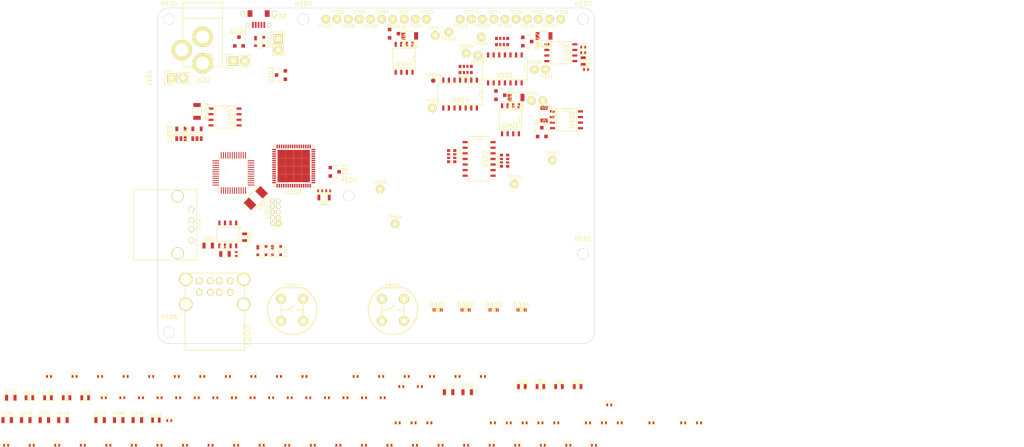
<source format=kicad_pcb>
(kicad_pcb (version 4) (host pcbnew 0.201505041002+5641~23~ubuntu14.04.1-product)
  (layers (0 F.Cu signal) (31 B.Cu signal) (34 B.Paste user) (35 F.Paste user) (36 B.SilkS user) (37 F.SilkS user) (38 B.Mask user) (39 F.Mask user) (44 Edge.Cuts user))
  (net 0 "")
  (net 1 +5V)
  (net 2 GND)
  (net 3 V_REF)
  (net 4 +3V3)
  (net 5 /USB/SAM_USB_SHELL)
  (net 6 /USB/VBUS[1]_IN)
  (net 7 /USB/VBUS[2]_IN)
  (net 8 "Net-(C204-Pad1)")
  (net 9 /USB/VBUS[1])
  (net 10 /USB/VBUS[2])
  (net 11 /USB/UUT_USB_SHELL)
  (net 12 /USB/USB_XTAL_OUT)
  (net 13 /USB/USB_18)
  (net 14 /USB/USB_XTAL_IN)
  (net 15 /USB/33_USB)
  (net 16 /USB/OVR#[1])
  (net 17 /USB/OVR#[2])
  (net 18 "Net-(C222-Pad1)")
  (net 19 "Net-(C223-Pad1)")
  (net 20 /SAM/SAM_XTAL32_1)
  (net 21 /SAM/SAM_XTAL32_2)
  (net 22 /SAM/VDDCORE)
  (net 23 CP_VDDANA)
  (net 24 /SAM/TEST_START_BUTTON)
  (net 25 UUT_5V_UPSTREAM)
  (net 26 SAM_~RESET)
  (net 27 /CURRENT/VCC_CSA_5VUSB0)
  (net 28 /CURRENT/VCC_CSA_33PA)
  (net 29 /CURRENT/VCC_CSA_5VUSB1)
  (net 30 /CURRENT/VCC_CSA_33PB)
  (net 31 /CURRENT/VCC_CSA_UUT)
  (net 32 "/OP AMPS/VDD_OPAMP0")
  (net 33 "/OP AMPS/VDD_OPAMP1")
  (net 34 "/OP AMPS/VDD_OPAMP2")
  (net 35 /USB/USB_DD-[2])
  (net 36 /USB/USB_DD+[2])
  (net 37 /USB/USB_DD-[1])
  (net 38 /USB/USB_DD+[1])
  (net 39 /USB/UPSTREAM_USB_D+)
  (net 40 /USB/UPSTREAM_USB_D-)
  (net 41 /SAM/READY_LED)
  (net 42 /SAM/READY_MID)
  (net 43 /SAM/TEST_IN_PROGRESS_LED)
  (net 44 /SAM/TIP_MID)
  (net 45 /SAM/PASS_LED)
  (net 46 /SAM/PASS_MID)
  (net 47 /SAM/FAIL_LED)
  (net 48 /SAM/FAIL_MID)
  (net 49 /V_IN)
  (net 50 /USB/V_USB_IN)
  (net 51 "Net-(J201-Pad4)")
  (net 52 /USB/UUT_USB_D+)
  (net 53 /USB/UUT_USB_D-)
  (net 54 UUT_VINUSB)
  (net 55 SWDIO)
  (net 56 SWCLK)
  (net 57 "Net-(J301-Pad6)")
  (net 58 "Net-(J301-Pad7)")
  (net 59 "Net-(J301-Pad8)")
  (net 60 "Net-(J301-Pad9)")
  (net 61 USB0_SHORT)
  (net 62 /CURRENT/5VUSB0_RS-)
  (net 63 PA33_SHORT)
  (net 64 /CURRENT/33PA_RS-)
  (net 65 USB1_SHORT)
  (net 66 /CURRENT/5VUSB1_RS-)
  (net 67 PB33_SHORT)
  (net 68 /CURRENT/33PB_RS-)
  (net 69 /USB/VBUSM)
  (net 70 /USB/USB_PU)
  (net 71 /USB/USB_RREF)
  (net 72 /SAM/UUT_~ENABLE~_USB)
  (net 73 /SAM/UUT_~ENABLE~_VIN)
  (net 74 "Net-(R308-Pad2)")
  (net 75 "Net-(R309-Pad2)")
  (net 76 UUT_5VUSB0)
  (net 77 UUT_33PA)
  (net 78 UUT_5VUSB1)
  (net 79 UUT_33PB)
  (net 80 "/OP AMPS/33PB_DIV")
  (net 81 "/OP AMPS/33PA_DIV")
  (net 82 UUT_33CP)
  (net 83 "/OP AMPS/33CP_DIV")
  (net 84 "/OP AMPS/33MT_DIV")
  (net 85 UUT_33MT)
  (net 86 "/OP AMPS/5VUSB1_DIV")
  (net 87 "/OP AMPS/5VUSB0_DIV")
  (net 88 UUT_5V)
  (net 89 "/OP AMPS/5V_DIV")
  (net 90 VREF_BUFF)
  (net 91 /USB/PWR#[2])
  (net 92 /USB/PWR#[1])
  (net 93 "Net-(U202-Pad4)")
  (net 94 "Net-(U202-Pad8)")
  (net 95 SAM_USB_D-)
  (net 96 SAM_USB_D+)
  (net 97 "Net-(U202-Pad42)")
  (net 98 "Net-(U202-Pad43)")
  (net 99 "Net-(U202-Pad44)")
  (net 100 "Net-(U202-Pad45)")
  (net 101 "Net-(U202-Pad46)")
  (net 102 /SAM/PORT_B_G3)
  (net 103 I_USB0)
  (net 104 I_USB1)
  (net 105 I_PA33)
  (net 106 I_PB33)
  (net 107 I_UUT)
  (net 108 5V_DIV_BUFF)
  (net 109 5VUSB0_DIV_BUFF)
  (net 110 5VUSB1_DIV_BUFF)
  (net 111 33MT_DIV_BUFF)
  (net 112 33CP_DIV_BUFF)
  (net 113 /SAM/UUT_SWDIO)
  (net 114 /SAM/UUT_SWCLK)
  (net 115 /SAM/PORT_B_SDA)
  (net 116 /SAM/PORT_B_SCL)
  (net 117 /SAM/PORT_B_G1/TX)
  (net 118 /SAM/PORT_B_G2/RX)
  (net 119 /SAM/PORT_B_MOSI)
  (net 120 /SAM/PORT_B_SCK)
  (net 121 /SAM/UUT_~RESET)
  (net 122 /SAM/PORT_B_MISO)
  (net 123 /SAM/PORT_A_SDA)
  (net 124 /SAM/PORT_A_SCL)
  (net 125 /SAM/PORT_A_G1/TX)
  (net 126 /SAM/PORT_A_G2/RX)
  (net 127 "Net-(U301-Pad39)")
  (net 128 /SAM/PORT_A_G3)
  (net 129 /SAM/PORT_A_MISO)
  (net 130 /SAM/PORT_A_SCK)
  (net 131 /SAM/PORT_A_MOSI)
  (net 132 18_BUFF)
  (net 133 12_BUFF)
  (net 134 33PA_DIV_BUFF)
  (net 135 33PB_DIV_BUFF)
  (net 136 /SAM/UUT_VIN)
  (net 137 "/OP AMPS/UUT_12")
  (net 138 "/OP AMPS/UUT_18")
  (net 139 VREF)
  (net 140 "Net-(U503-Pad8)")
  (net 141 "Net-(U503-Pad13)")
  (net 142 33PA_DIV_MEAS)
  (module tm-kicad-lib:SMD-0805-C (layer F.Cu) (at 25.05485 169.816001)
    (fp_text reference C101 (at 0 -1.524) (layer F.SilkS) (effects (font (size 0.7 0.7) (thickness 0.1))))
    (fp_text value 10uF hide)
    (pad 1 smd rect (at -0.95 0) (size 0.7 1.3) (layers F.Cu F.Paste F.Mask) (net 1 +5V))
    (pad 2 smd rect (at 0.95 0) (size 0.7 1.3) (layers F.Cu F.Paste F.Mask) (net 2 GND))
  )
  (module tm-kicad-lib:SMD-0402-C (layer F.Cu) (at 143.943743 175.531001)
    (fp_text reference C102 (at 0 -0.762) (layer F.SilkS) (effects (font (size 0.5 0.5) (thickness 0.05))))
    (fp_text value 100nF hide)
    (pad 2 smd rect (at 0.44958 0) (size 0.39878 0.59944) (layers F.Cu F.Paste F.Mask) (net 2 GND))
    (pad 1 smd rect (at -0.44958 0) (size 0.39878 0.59944) (layers F.Cu F.Paste F.Mask) (net 1 +5V))
  )
  (module tm-kicad-lib:SMD-0402-C (layer F.Cu) (at 141.213965 170.451001)
    (fp_text reference C103 (at 0 -0.762) (layer F.SilkS) (effects (font (size 0.5 0.5) (thickness 0.05))))
    (fp_text value 100nF hide)
    (pad 2 smd rect (at 0.44958 0) (size 0.39878 0.59944) (layers F.Cu F.Paste F.Mask) (net 2 GND))
    (pad 1 smd rect (at -0.44958 0) (size 0.39878 0.59944) (layers F.Cu F.Paste F.Mask) (net 1 +5V))
  )
  (module tm-kicad-lib:SMD-0402-C (layer F.Cu) (at 91.761554 175.531001)
    (fp_text reference C104 (at 0 -0.762) (layer F.SilkS) (effects (font (size 0.5 0.5) (thickness 0.05))))
    (fp_text value 100nF hide)
    (pad 2 smd rect (at 0.44958 0) (size 0.39878 0.59944) (layers F.Cu F.Paste F.Mask) (net 2 GND))
    (pad 1 smd rect (at -0.44958 0) (size 0.39878 0.59944) (layers F.Cu F.Paste F.Mask) (net 3 V_REF))
  )
  (module tm-kicad-lib:SMD-0402-C (layer F.Cu) (at 126.54968 175.531001)
    (fp_text reference C105 (at 0 -0.762) (layer F.SilkS) (effects (font (size 0.5 0.5) (thickness 0.05))))
    (fp_text value 100nF hide)
    (pad 2 smd rect (at 0.44958 0) (size 0.39878 0.59944) (layers F.Cu F.Paste F.Mask) (net 2 GND))
    (pad 1 smd rect (at -0.44958 0) (size 0.39878 0.59944) (layers F.Cu F.Paste F.Mask) (net 4 +3V3))
  )
  (module tm-kicad-lib:SMD-0402-C (layer F.Cu) (at 89.16234 164.736001)
    (fp_text reference C201 (at 0 -0.762) (layer F.SilkS) (effects (font (size 0.5 0.5) (thickness 0.05))))
    (fp_text value 100pF hide)
    (pad 2 smd rect (at 0.44958 0) (size 0.39878 0.59944) (layers F.Cu F.Paste F.Mask) (net 2 GND))
    (pad 1 smd rect (at -0.44958 0) (size 0.39878 0.59944) (layers F.Cu F.Paste F.Mask) (net 5 /USB/SAM_USB_SHELL))
  )
  (module tm-kicad-lib:SMD-0402-C (layer F.Cu) (at 68.58 132.08 270)
    (fp_text reference C202 (at 0 -0.762 270) (layer F.SilkS) (effects (font (size 0.5 0.5) (thickness 0.05))))
    (fp_text value 100nF hide)
    (pad 2 smd rect (at 0.44958 0 270) (size 0.39878 0.59944) (layers F.Cu F.Paste F.Mask) (net 2 GND))
    (pad 1 smd rect (at -0.44958 0 270) (size 0.39878 0.59944) (layers F.Cu F.Paste F.Mask) (net 6 /USB/VBUS[1]_IN))
  )
  (module tm-kicad-lib:SMD-0402-C (layer F.Cu) (at 173.598422 170.451001)
    (fp_text reference C203 (at 0 -0.762) (layer F.SilkS) (effects (font (size 0.5 0.5) (thickness 0.05))))
    (fp_text value 100nF hide)
    (pad 2 smd rect (at 0.44958 0) (size 0.39878 0.59944) (layers F.Cu F.Paste F.Mask) (net 2 GND))
    (pad 1 smd rect (at -0.44958 0) (size 0.39878 0.59944) (layers F.Cu F.Paste F.Mask) (net 7 /USB/VBUS[2]_IN))
  )
  (module tm-kicad-lib:SMD-0402-C (layer F.Cu) (at 105.231235 170.451001)
    (fp_text reference C204 (at 0 -0.762) (layer F.SilkS) (effects (font (size 0.5 0.5) (thickness 0.05))))
    (fp_text value 100pF hide)
    (pad 2 smd rect (at 0.44958 0) (size 0.39878 0.59944) (layers F.Cu F.Paste F.Mask) (net 2 GND))
    (pad 1 smd rect (at -0.44958 0) (size 0.39878 0.59944) (layers F.Cu F.Paste F.Mask) (net 8 "Net-(C204-Pad1)"))
  )
  (module tm-kicad-lib:SMD-0805-C (layer F.Cu) (at 17.44291 164.736001)
    (fp_text reference C205 (at 0 -1.524) (layer F.SilkS) (effects (font (size 0.7 0.7) (thickness 0.1))))
    (fp_text value 10uF hide)
    (pad 1 smd rect (at -0.95 0) (size 0.7 1.3) (layers F.Cu F.Paste F.Mask) (net 9 /USB/VBUS[1]))
    (pad 2 smd rect (at 0.95 0) (size 0.7 1.3) (layers F.Cu F.Paste F.Mask) (net 2 GND))
  )
  (module tm-kicad-lib:SMD-0805-C (layer F.Cu) (at 16.61727 169.816001)
    (fp_text reference C206 (at 0 -1.524) (layer F.SilkS) (effects (font (size 0.7 0.7) (thickness 0.1))))
    (fp_text value 10uF hide)
    (pad 1 smd rect (at -0.95 0) (size 0.7 1.3) (layers F.Cu F.Paste F.Mask) (net 10 /USB/VBUS[2]))
    (pad 2 smd rect (at 0.95 0) (size 0.7 1.3) (layers F.Cu F.Paste F.Mask) (net 2 GND))
  )
  (module tm-kicad-lib:SMD-0402-C (layer F.Cu) (at 84.086793 159.910001)
    (fp_text reference C207 (at 0 -0.762) (layer F.SilkS) (effects (font (size 0.5 0.5) (thickness 0.05))))
    (fp_text value 100pF hide)
    (pad 2 smd rect (at 0.44958 0) (size 0.39878 0.59944) (layers F.Cu F.Paste F.Mask) (net 2 GND))
    (pad 1 smd rect (at -0.44958 0) (size 0.39878 0.59944) (layers F.Cu F.Paste F.Mask) (net 11 /USB/UUT_USB_SHELL))
  )
  (module tm-kicad-lib:SMD-0402-C (layer F.Cu) (at 66.69273 159.910001)
    (fp_text reference C208 (at 0 -0.762) (layer F.SilkS) (effects (font (size 0.5 0.5) (thickness 0.05))))
    (fp_text value 18pF hide)
    (pad 2 smd rect (at 0.44958 0) (size 0.39878 0.59944) (layers F.Cu F.Paste F.Mask) (net 2 GND))
    (pad 1 smd rect (at -0.44958 0) (size 0.39878 0.59944) (layers F.Cu F.Paste F.Mask) (net 12 /USB/USB_XTAL_OUT))
  )
  (module tm-kicad-lib:SMD-0402-C (layer F.Cu) (at 93.38113 164.736001)
    (fp_text reference C209 (at 0 -0.762) (layer F.SilkS) (effects (font (size 0.5 0.5) (thickness 0.05))))
    (fp_text value 100nF hide)
    (pad 2 smd rect (at 0.44958 0) (size 0.39878 0.59944) (layers F.Cu F.Paste F.Mask) (net 2 GND))
    (pad 1 smd rect (at -0.44958 0) (size 0.39878 0.59944) (layers F.Cu F.Paste F.Mask) (net 13 /USB/USB_18))
  )
  (module tm-kicad-lib:SMD-0402-C (layer F.Cu) (at 42.75565 164.736001)
    (fp_text reference C210 (at 0 -0.762) (layer F.SilkS) (effects (font (size 0.5 0.5) (thickness 0.05))))
    (fp_text value 18pF hide)
    (pad 2 smd rect (at 0.44958 0) (size 0.39878 0.59944) (layers F.Cu F.Paste F.Mask) (net 2 GND))
    (pad 1 smd rect (at -0.44958 0) (size 0.39878 0.59944) (layers F.Cu F.Paste F.Mask) (net 14 /USB/USB_XTAL_IN))
  )
  (module tm-kicad-lib:SMD-0402-C (layer F.Cu) (at 55.096688 159.910001)
    (fp_text reference C211 (at 0 -0.762) (layer F.SilkS) (effects (font (size 0.5 0.5) (thickness 0.05))))
    (fp_text value 100nF hide)
    (pad 2 smd rect (at 0.44958 0) (size 0.39878 0.59944) (layers F.Cu F.Paste F.Mask) (net 2 GND))
    (pad 1 smd rect (at -0.44958 0) (size 0.39878 0.59944) (layers F.Cu F.Paste F.Mask) (net 13 /USB/USB_18))
  )
  (module tm-kicad-lib:SMD-0402-C (layer F.Cu) (at 49.298667 159.910001)
    (fp_text reference C212 (at 0 -0.762) (layer F.SilkS) (effects (font (size 0.5 0.5) (thickness 0.05))))
    (fp_text value 100nF hide)
    (pad 2 smd rect (at 0.44958 0) (size 0.39878 0.59944) (layers F.Cu F.Paste F.Mask) (net 2 GND))
    (pad 1 smd rect (at -0.44958 0) (size 0.39878 0.59944) (layers F.Cu F.Paste F.Mask) (net 13 /USB/USB_18))
  )
  (module tm-kicad-lib:SMD-0805-C (layer F.Cu) (at 29.27364 169.816001)
    (fp_text reference C213 (at 0 -1.524) (layer F.SilkS) (effects (font (size 0.7 0.7) (thickness 0.1))))
    (fp_text value 10uF hide)
    (pad 1 smd rect (at -0.95 0) (size 0.7 1.3) (layers F.Cu F.Paste F.Mask) (net 13 /USB/USB_18))
    (pad 2 smd rect (at 0.95 0) (size 0.7 1.3) (layers F.Cu F.Paste F.Mask) (net 2 GND))
  )
  (module tm-kicad-lib:SMD-0402-C (layer F.Cu) (at 43.500646 159.910001)
    (fp_text reference C214 (at 0 -0.762) (layer F.SilkS) (effects (font (size 0.5 0.5) (thickness 0.05))))
    (fp_text value 100nF hide)
    (pad 2 smd rect (at 0.44958 0) (size 0.39878 0.59944) (layers F.Cu F.Paste F.Mask) (net 2 GND))
    (pad 1 smd rect (at -0.44958 0) (size 0.39878 0.59944) (layers F.Cu F.Paste F.Mask) (net 15 /USB/33_USB))
  )
  (module tm-kicad-lib:SMD-0402-C (layer F.Cu) (at 38.53686 164.736001)
    (fp_text reference C215 (at 0 -0.762) (layer F.SilkS) (effects (font (size 0.5 0.5) (thickness 0.05))))
    (fp_text value 100nF hide)
    (pad 2 smd rect (at 0.44958 0) (size 0.39878 0.59944) (layers F.Cu F.Paste F.Mask) (net 2 GND))
    (pad 1 smd rect (at -0.44958 0) (size 0.39878 0.59944) (layers F.Cu F.Paste F.Mask) (net 15 /USB/33_USB))
  )
  (module tm-kicad-lib:SMD-0805-C (layer F.Cu) (at 37.71122 169.816001)
    (fp_text reference C216 (at 0 -1.524) (layer F.SilkS) (effects (font (size 0.7 0.7) (thickness 0.1))))
    (fp_text value 10uF hide)
    (pad 1 smd rect (at -0.95 0) (size 0.7 1.3) (layers F.Cu F.Paste F.Mask) (net 1 +5V))
    (pad 2 smd rect (at 0.95 0) (size 0.7 1.3) (layers F.Cu F.Paste F.Mask) (net 2 GND))
  )
  (module tm-kicad-lib:SMD-0402-C (layer F.Cu) (at 56.973428 175.531001)
    (fp_text reference C217 (at 0 -0.762) (layer F.SilkS) (effects (font (size 0.5 0.5) (thickness 0.05))))
    (fp_text value 100nF hide)
    (pad 2 smd rect (at 0.44958 0) (size 0.39878 0.59944) (layers F.Cu F.Paste F.Mask) (net 2 GND))
    (pad 1 smd rect (at -0.44958 0) (size 0.39878 0.59944) (layers F.Cu F.Paste F.Mask) (net 15 /USB/33_USB))
  )
  (module tm-kicad-lib:SMD-0805-C (layer F.Cu) (at 20.83606 169.816001)
    (fp_text reference C218 (at 0 -1.524) (layer F.SilkS) (effects (font (size 0.7 0.7) (thickness 0.1))))
    (fp_text value 10uF hide)
    (pad 1 smd rect (at -0.95 0) (size 0.7 1.3) (layers F.Cu F.Paste F.Mask) (net 1 +5V))
    (pad 2 smd rect (at 0.95 0) (size 0.7 1.3) (layers F.Cu F.Paste F.Mask) (net 2 GND))
  )
  (module tm-kicad-lib:SMD-0805-C (layer F.Cu) (at 116.77275 163.466001)
    (fp_text reference C219 (at 0 -1.524) (layer F.SilkS) (effects (font (size 0.7 0.7) (thickness 0.1))))
    (fp_text value 10uF hide)
    (pad 1 smd rect (at -0.95 0) (size 0.7 1.3) (layers F.Cu F.Paste F.Mask) (net 15 /USB/33_USB))
    (pad 2 smd rect (at 0.95 0) (size 0.7 1.3) (layers F.Cu F.Paste F.Mask) (net 2 GND))
  )
  (module tm-kicad-lib:SMD-0402-C (layer F.Cu) (at 63.8496 164.736001)
    (fp_text reference C220 (at 0 -0.762) (layer F.SilkS) (effects (font (size 0.5 0.5) (thickness 0.05))))
    (fp_text value 1uF hide)
    (pad 2 smd rect (at 0.44958 0) (size 0.39878 0.59944) (layers F.Cu F.Paste F.Mask) (net 2 GND))
    (pad 1 smd rect (at -0.44958 0) (size 0.39878 0.59944) (layers F.Cu F.Paste F.Mask) (net 16 /USB/OVR#[1]))
  )
  (module tm-kicad-lib:SMD-0402-C (layer F.Cu) (at 107.278877 159.910001)
    (fp_text reference C221 (at 0 -0.762) (layer F.SilkS) (effects (font (size 0.5 0.5) (thickness 0.05))))
    (fp_text value 1uF hide)
    (pad 2 smd rect (at 0.44958 0) (size 0.39878 0.59944) (layers F.Cu F.Paste F.Mask) (net 2 GND))
    (pad 1 smd rect (at -0.44958 0) (size 0.39878 0.59944) (layers F.Cu F.Paste F.Mask) (net 17 /USB/OVR#[2]))
  )
  (module tm-kicad-lib:SMD-0402 (layer F.Cu) (at 113.007116 159.910001)
    (fp_text reference C222 (at 0 -0.762) (layer F.SilkS) (effects (font (size 0.5 0.5) (thickness 0.05))))
    (fp_text value "1uF DNP" hide)
    (pad 2 smd rect (at 0.44958 0) (size 0.39878 0.59944) (layers F.Cu F.Paste F.Mask) (net 2 GND))
    (pad 1 smd rect (at -0.44958 0) (size 0.39878 0.59944) (layers F.Cu F.Paste F.Mask) (net 18 "Net-(C222-Pad1)"))
  )
  (module tm-kicad-lib:SMD-0402 (layer F.Cu) (at 118.805137 159.910001)
    (fp_text reference C223 (at 0 -0.762) (layer F.SilkS) (effects (font (size 0.5 0.5) (thickness 0.05))))
    (fp_text value "1uF DNP" hide)
    (pad 2 smd rect (at 0.44958 0) (size 0.39878 0.59944) (layers F.Cu F.Paste F.Mask) (net 2 GND))
    (pad 1 smd rect (at -0.44958 0) (size 0.39878 0.59944) (layers F.Cu F.Paste F.Mask) (net 19 "Net-(C223-Pad1)"))
  )
  (module tm-kicad-lib:SMD-0402-C (layer F.Cu) (at 87.63 117.729)
    (fp_text reference C301 (at 0 -0.762) (layer F.SilkS) (effects (font (size 0.5 0.5) (thickness 0.05))))
    (fp_text value 10pF hide)
    (pad 2 smd rect (at 0.44958 0) (size 0.39878 0.59944) (layers F.Cu F.Paste F.Mask) (net 2 GND))
    (pad 1 smd rect (at -0.44958 0) (size 0.39878 0.59944) (layers F.Cu F.Paste F.Mask) (net 20 /SAM/SAM_XTAL32_1))
  )
  (module tm-kicad-lib:SMD-0402-C (layer F.Cu) (at 85.963533 175.531001)
    (fp_text reference C302 (at 0 -0.762) (layer F.SilkS) (effects (font (size 0.5 0.5) (thickness 0.05))))
    (fp_text value 100nF hide)
    (pad 2 smd rect (at 0.44958 0) (size 0.39878 0.59944) (layers F.Cu F.Paste F.Mask) (net 2 GND))
    (pad 1 smd rect (at -0.44958 0) (size 0.39878 0.59944) (layers F.Cu F.Paste F.Mask) (net 4 +3V3))
  )
  (module tm-kicad-lib:SMD-0402-C (layer F.Cu) (at 101.480856 159.910001)
    (fp_text reference C303 (at 0 -0.762) (layer F.SilkS) (effects (font (size 0.5 0.5) (thickness 0.05))))
    (fp_text value 100nF hide)
    (pad 2 smd rect (at 0.44958 0) (size 0.39878 0.59944) (layers F.Cu F.Paste F.Mask) (net 2 GND))
    (pad 1 smd rect (at -0.44958 0) (size 0.39878 0.59944) (layers F.Cu F.Paste F.Mask) (net 4 +3V3))
  )
  (module tm-kicad-lib:SMD-0402-C (layer F.Cu) (at 89.46642 117.729 180)
    (fp_text reference C304 (at 0 -0.762 180) (layer F.SilkS) (effects (font (size 0.5 0.5) (thickness 0.05))))
    (fp_text value 10pF hide)
    (pad 2 smd rect (at 0.44958 0 180) (size 0.39878 0.59944) (layers F.Cu F.Paste F.Mask) (net 2 GND))
    (pad 1 smd rect (at -0.44958 0 180) (size 0.39878 0.59944) (layers F.Cu F.Paste F.Mask) (net 21 /SAM/SAM_XTAL32_2))
  )
  (module tm-kicad-lib:SMD-0402-C (layer F.Cu) (at 134.017419 170.451001)
    (fp_text reference C305 (at 0 -0.762) (layer F.SilkS) (effects (font (size 0.5 0.5) (thickness 0.05))))
    (fp_text value 100nF hide)
    (pad 2 smd rect (at 0.44958 0) (size 0.39878 0.59944) (layers F.Cu F.Paste F.Mask) (net 2 GND))
    (pad 1 smd rect (at -0.44958 0) (size 0.39878 0.59944) (layers F.Cu F.Paste F.Mask) (net 4 +3V3))
  )
  (module tm-kicad-lib:SMD-0402-C (layer F.Cu) (at 138.145722 175.531001)
    (fp_text reference C306 (at 0 -0.762) (layer F.SilkS) (effects (font (size 0.5 0.5) (thickness 0.05))))
    (fp_text value 1uF hide)
    (pad 2 smd rect (at 0.44958 0) (size 0.39878 0.59944) (layers F.Cu F.Paste F.Mask) (net 2 GND))
    (pad 1 smd rect (at -0.44958 0) (size 0.39878 0.59944) (layers F.Cu F.Paste F.Mask) (net 22 /SAM/VDDCORE))
  )
  (module tm-kicad-lib:SMD-0402-C (layer F.Cu) (at 27.983323 175.531001)
    (fp_text reference C307 (at 0 -0.762) (layer F.SilkS) (effects (font (size 0.5 0.5) (thickness 0.05))))
    (fp_text value 100nF hide)
    (pad 2 smd rect (at 0.44958 0) (size 0.39878 0.59944) (layers F.Cu F.Paste F.Mask) (net 2 GND))
    (pad 1 smd rect (at -0.44958 0) (size 0.39878 0.59944) (layers F.Cu F.Paste F.Mask) (net 4 +3V3))
  )
  (module tm-kicad-lib:SMD-0805-C (layer F.Cu) (at 41.93001 169.816001)
    (fp_text reference C308 (at 0 -1.524) (layer F.SilkS) (effects (font (size 0.7 0.7) (thickness 0.1))))
    (fp_text value 10uF hide)
    (pad 1 smd rect (at -0.95 0) (size 0.7 1.3) (layers F.Cu F.Paste F.Mask) (net 4 +3V3))
    (pad 2 smd rect (at 0.95 0) (size 0.7 1.3) (layers F.Cu F.Paste F.Mask) (net 2 GND))
  )
  (module tm-kicad-lib:SMD-0805-C (layer F.Cu) (at 46.1488 169.816001)
    (fp_text reference C309 (at 0 -1.524) (layer F.SilkS) (effects (font (size 0.7 0.7) (thickness 0.1))))
    (fp_text value 10uF hide)
    (pad 1 smd rect (at -0.95 0) (size 0.7 1.3) (layers F.Cu F.Paste F.Mask) (net 23 CP_VDDANA))
    (pad 2 smd rect (at 0.95 0) (size 0.7 1.3) (layers F.Cu F.Paste F.Mask) (net 2 GND))
  )
  (module tm-kicad-lib:SMD-0402-C (layer F.Cu) (at 55.41202 164.736001)
    (fp_text reference C310 (at 0 -0.762) (layer F.SilkS) (effects (font (size 0.5 0.5) (thickness 0.05))))
    (fp_text value 100nF hide)
    (pad 2 smd rect (at 0.44958 0) (size 0.39878 0.59944) (layers F.Cu F.Paste F.Mask) (net 2 GND))
    (pad 1 smd rect (at -0.44958 0) (size 0.39878 0.59944) (layers F.Cu F.Paste F.Mask) (net 23 CP_VDDANA))
  )
  (module tm-kicad-lib:SMD-0402-C (layer F.Cu) (at 101.81871 164.736001)
    (fp_text reference C311 (at 0 -0.762) (layer F.SilkS) (effects (font (size 0.5 0.5) (thickness 0.05))))
    (fp_text value 100nF hide)
    (pad 2 smd rect (at 0.44958 0) (size 0.39878 0.59944) (layers F.Cu F.Paste F.Mask) (net 2 GND))
    (pad 1 smd rect (at -0.44958 0) (size 0.39878 0.59944) (layers F.Cu F.Paste F.Mask) (net 24 /SAM/TEST_START_BUTTON))
  )
  (module tm-kicad-lib:SMD-0805-C (layer F.Cu) (at 120.99154 163.466001)
    (fp_text reference C312 (at 0 -1.524) (layer F.SilkS) (effects (font (size 0.7 0.7) (thickness 0.1))))
    (fp_text value 10uF hide)
    (pad 1 smd rect (at -0.95 0) (size 0.7 1.3) (layers F.Cu F.Paste F.Mask) (net 25 UUT_5V_UPSTREAM))
    (pad 2 smd rect (at 0.95 0) (size 0.7 1.3) (layers F.Cu F.Paste F.Mask) (net 2 GND))
  )
  (module tm-kicad-lib:SMD-0402-C (layer F.Cu) (at 148.410511 170.451001)
    (fp_text reference C313 (at 0 -0.762) (layer F.SilkS) (effects (font (size 0.5 0.5) (thickness 0.05))))
    (fp_text value 100nF hide)
    (pad 2 smd rect (at 0.44958 0) (size 0.39878 0.59944) (layers F.Cu F.Paste F.Mask) (net 2 GND))
    (pad 1 smd rect (at -0.44958 0) (size 0.39878 0.59944) (layers F.Cu F.Paste F.Mask) (net 25 UUT_5V_UPSTREAM))
  )
  (module tm-kicad-lib:SMD-0402-C (layer F.Cu) (at 53.39842 169.926)
    (fp_text reference C314 (at 0 -0.762) (layer F.SilkS) (effects (font (size 0.5 0.5) (thickness 0.05))))
    (fp_text value 100nF hide)
    (pad 2 smd rect (at 0.44958 0) (size 0.39878 0.59944) (layers F.Cu F.Paste F.Mask) (net 2 GND))
    (pad 1 smd rect (at -0.44958 0) (size 0.39878 0.59944) (layers F.Cu F.Paste F.Mask) (net 26 SAM_~RESET))
  )
  (module tm-kicad-lib:SMD-0402-C (layer F.Cu) (at 108.829508 170.451001)
    (fp_text reference C401 (at 0 -0.762) (layer F.SilkS) (effects (font (size 0.5 0.5) (thickness 0.05))))
    (fp_text value 100nF hide)
    (pad 2 smd rect (at 0.44958 0) (size 0.39878 0.59944) (layers F.Cu F.Paste F.Mask) (net 2 GND))
    (pad 1 smd rect (at -0.44958 0) (size 0.39878 0.59944) (layers F.Cu F.Paste F.Mask) (net 1 +5V))
  )
  (module tm-kicad-lib:SMD-0402-C (layer F.Cu) (at 147.955 90.17)
    (fp_text reference C402 (at 0 -0.762) (layer F.SilkS) (effects (font (size 0.5 0.5) (thickness 0.05))))
    (fp_text value 100nF hide)
    (pad 2 smd rect (at 0.44958 0) (size 0.39878 0.59944) (layers F.Cu F.Paste F.Mask) (net 2 GND))
    (pad 1 smd rect (at -0.44958 0) (size 0.39878 0.59944) (layers F.Cu F.Paste F.Mask) (net 1 +5V))
  )
  (module tm-kicad-lib:SMD-0402-C (layer F.Cu) (at 97.559575 175.531001)
    (fp_text reference C403 (at 0 -0.762) (layer F.SilkS) (effects (font (size 0.5 0.5) (thickness 0.05))))
    (fp_text value 100nF hide)
    (pad 2 smd rect (at 0.44958 0) (size 0.39878 0.59944) (layers F.Cu F.Paste F.Mask) (net 2 GND))
    (pad 1 smd rect (at -0.44958 0) (size 0.39878 0.59944) (layers F.Cu F.Paste F.Mask) (net 27 /CURRENT/VCC_CSA_5VUSB0))
  )
  (module tm-kicad-lib:SMD-0402-C (layer F.Cu) (at 147.32 86.36)
    (fp_text reference C404 (at 0 -0.762) (layer F.SilkS) (effects (font (size 0.5 0.5) (thickness 0.05))))
    (fp_text value 100nF hide)
    (pad 2 smd rect (at 0.44958 0) (size 0.39878 0.59944) (layers F.Cu F.Paste F.Mask) (net 2 GND))
    (pad 1 smd rect (at -0.44958 0) (size 0.39878 0.59944) (layers F.Cu F.Paste F.Mask) (net 28 /CURRENT/VCC_CSA_33PA))
  )
  (module tm-kicad-lib:SMD-0402-C (layer F.Cu) (at 114.953638 175.531001)
    (fp_text reference C405 (at 0 -0.762) (layer F.SilkS) (effects (font (size 0.5 0.5) (thickness 0.05))))
    (fp_text value 100pF hide)
    (pad 2 smd rect (at 0.44958 0) (size 0.39878 0.59944) (layers F.Cu F.Paste F.Mask) (net 2 GND))
    (pad 1 smd rect (at -0.44958 0) (size 0.39878 0.59944) (layers F.Cu F.Paste F.Mask) (net 27 /CURRENT/VCC_CSA_5VUSB0))
  )
  (module tm-kicad-lib:SMD-0402-C (layer F.Cu) (at 147.32 85.09)
    (fp_text reference C406 (at 0 -0.762) (layer F.SilkS) (effects (font (size 0.5 0.5) (thickness 0.05))))
    (fp_text value 100pF hide)
    (pad 2 smd rect (at 0.44958 0) (size 0.39878 0.59944) (layers F.Cu F.Paste F.Mask) (net 2 GND))
    (pad 1 smd rect (at -0.44958 0) (size 0.39878 0.59944) (layers F.Cu F.Paste F.Mask) (net 28 /CURRENT/VCC_CSA_33PA))
  )
  (module tm-kicad-lib:SMD-0402-C (layer F.Cu) (at 106.0375 162.196001)
    (fp_text reference C407 (at 0 -0.762) (layer F.SilkS) (effects (font (size 0.5 0.5) (thickness 0.05))))
    (fp_text value 100nF hide)
    (pad 2 smd rect (at 0.44958 0) (size 0.39878 0.59944) (layers F.Cu F.Paste F.Mask) (net 2 GND))
    (pad 1 smd rect (at -0.44958 0) (size 0.39878 0.59944) (layers F.Cu F.Paste F.Mask) (net 1 +5V))
  )
  (module tm-kicad-lib:SMD-0402-C (layer F.Cu) (at 80.72476 164.736001)
    (fp_text reference C408 (at 0 -0.762) (layer F.SilkS) (effects (font (size 0.5 0.5) (thickness 0.05))))
    (fp_text value 100nF hide)
    (pad 2 smd rect (at 0.44958 0) (size 0.39878 0.59944) (layers F.Cu F.Paste F.Mask) (net 2 GND))
    (pad 1 smd rect (at -0.44958 0) (size 0.39878 0.59944) (layers F.Cu F.Paste F.Mask) (net 1 +5V))
  )
  (module tm-kicad-lib:SMD-0402-C (layer F.Cu) (at 76.50597 164.736001)
    (fp_text reference C409 (at 0 -0.762) (layer F.SilkS) (effects (font (size 0.5 0.5) (thickness 0.05))))
    (fp_text value 100nF hide)
    (pad 2 smd rect (at 0.44958 0) (size 0.39878 0.59944) (layers F.Cu F.Paste F.Mask) (net 2 GND))
    (pad 1 smd rect (at -0.44958 0) (size 0.39878 0.59944) (layers F.Cu F.Paste F.Mask) (net 29 /CURRENT/VCC_CSA_5VUSB1))
  )
  (module tm-kicad-lib:SMD-0402-C (layer F.Cu) (at 84.94355 164.736001)
    (fp_text reference C410 (at 0 -0.762) (layer F.SilkS) (effects (font (size 0.5 0.5) (thickness 0.05))))
    (fp_text value 100nF hide)
    (pad 2 smd rect (at 0.44958 0) (size 0.39878 0.59944) (layers F.Cu F.Paste F.Mask) (net 2 GND))
    (pad 1 smd rect (at -0.44958 0) (size 0.39878 0.59944) (layers F.Cu F.Paste F.Mask) (net 30 /CURRENT/VCC_CSA_33PB))
  )
  (module tm-kicad-lib:SMD-0402-C (layer F.Cu) (at 62.771449 175.531001)
    (fp_text reference C411 (at 0 -0.762) (layer F.SilkS) (effects (font (size 0.5 0.5) (thickness 0.05))))
    (fp_text value 100pF hide)
    (pad 2 smd rect (at 0.44958 0) (size 0.39878 0.59944) (layers F.Cu F.Paste F.Mask) (net 2 GND))
    (pad 1 smd rect (at -0.44958 0) (size 0.39878 0.59944) (layers F.Cu F.Paste F.Mask) (net 29 /CURRENT/VCC_CSA_5VUSB1))
  )
  (module tm-kicad-lib:SMD-0402-C (layer F.Cu) (at 132.347701 175.531001)
    (fp_text reference C412 (at 0 -0.762) (layer F.SilkS) (effects (font (size 0.5 0.5) (thickness 0.05))))
    (fp_text value 100pF hide)
    (pad 2 smd rect (at 0.44958 0) (size 0.39878 0.59944) (layers F.Cu F.Paste F.Mask) (net 2 GND))
    (pad 1 smd rect (at -0.44958 0) (size 0.39878 0.59944) (layers F.Cu F.Paste F.Mask) (net 30 /CURRENT/VCC_CSA_33PB))
  )
  (module tm-kicad-lib:SMD-0402-C (layer F.Cu) (at 45.377386 175.531001)
    (fp_text reference C413 (at 0 -0.762) (layer F.SilkS) (effects (font (size 0.5 0.5) (thickness 0.05))))
    (fp_text value 100nF hide)
    (pad 2 smd rect (at 0.44958 0) (size 0.39878 0.59944) (layers F.Cu F.Paste F.Mask) (net 2 GND))
    (pad 1 smd rect (at -0.44958 0) (size 0.39878 0.59944) (layers F.Cu F.Paste F.Mask) (net 1 +5V))
  )
  (module tm-kicad-lib:SMD-0402-C (layer F.Cu) (at 51.19323 164.736001)
    (fp_text reference C414 (at 0 -0.762) (layer F.SilkS) (effects (font (size 0.5 0.5) (thickness 0.05))))
    (fp_text value 100nF hide)
    (pad 2 smd rect (at 0.44958 0) (size 0.39878 0.59944) (layers F.Cu F.Paste F.Mask) (net 2 GND))
    (pad 1 smd rect (at -0.44958 0) (size 0.39878 0.59944) (layers F.Cu F.Paste F.Mask) (net 31 /CURRENT/VCC_CSA_UUT))
  )
  (module tm-kicad-lib:SMD-0402-C (layer F.Cu) (at 39.579365 175.531001)
    (fp_text reference C415 (at 0 -0.762) (layer F.SilkS) (effects (font (size 0.5 0.5) (thickness 0.05))))
    (fp_text value 100pF hide)
    (pad 2 smd rect (at 0.44958 0) (size 0.39878 0.59944) (layers F.Cu F.Paste F.Mask) (net 2 GND))
    (pad 1 smd rect (at -0.44958 0) (size 0.39878 0.59944) (layers F.Cu F.Paste F.Mask) (net 31 /CURRENT/VCC_CSA_UUT))
  )
  (module tm-kicad-lib:SMD-0402-C (layer F.Cu) (at 137.615692 170.451001)
    (fp_text reference C501 (at 0 -0.762) (layer F.SilkS) (effects (font (size 0.5 0.5) (thickness 0.05))))
    (fp_text value 100nF hide)
    (pad 2 smd rect (at 0.44958 0) (size 0.39878 0.59944) (layers F.Cu F.Paste F.Mask) (net 2 GND))
    (pad 1 smd rect (at -0.44958 0) (size 0.39878 0.59944) (layers F.Cu F.Paste F.Mask) (net 1 +5V))
  )
  (module tm-kicad-lib:SMD-0402-C (layer F.Cu) (at 130.419146 170.451001)
    (fp_text reference C502 (at 0 -0.762) (layer F.SilkS) (effects (font (size 0.5 0.5) (thickness 0.05))))
    (fp_text value 100nF hide)
    (pad 2 smd rect (at 0.44958 0) (size 0.39878 0.59944) (layers F.Cu F.Paste F.Mask) (net 2 GND))
    (pad 1 smd rect (at -0.44958 0) (size 0.39878 0.59944) (layers F.Cu F.Paste F.Mask) (net 32 "/OP AMPS/VDD_OPAMP0"))
  )
  (module tm-kicad-lib:SMD-0402-C (layer F.Cu) (at 22.185302 175.531001)
    (fp_text reference C503 (at 0 -0.762) (layer F.SilkS) (effects (font (size 0.5 0.5) (thickness 0.05))))
    (fp_text value 100pF hide)
    (pad 2 smd rect (at 0.44958 0) (size 0.39878 0.59944) (layers F.Cu F.Paste F.Mask) (net 2 GND))
    (pad 1 smd rect (at -0.44958 0) (size 0.39878 0.59944) (layers F.Cu F.Paste F.Mask) (net 32 "/OP AMPS/VDD_OPAMP0"))
  )
  (module tm-kicad-lib:SMD-0402-C (layer F.Cu) (at 16.387281 175.531001)
    (fp_text reference C504 (at 0 -0.762) (layer F.SilkS) (effects (font (size 0.5 0.5) (thickness 0.05))))
    (fp_text value 100nF hide)
    (pad 2 smd rect (at 0.44958 0) (size 0.39878 0.59944) (layers F.Cu F.Paste F.Mask) (net 2 GND))
    (pad 1 smd rect (at -0.44958 0) (size 0.39878 0.59944) (layers F.Cu F.Paste F.Mask) (net 1 +5V))
  )
  (module tm-kicad-lib:SMD-0402-C (layer F.Cu) (at 109.155617 175.531001)
    (fp_text reference C505 (at 0 -0.762) (layer F.SilkS) (effects (font (size 0.5 0.5) (thickness 0.05))))
    (fp_text value 100nF hide)
    (pad 2 smd rect (at 0.44958 0) (size 0.39878 0.59944) (layers F.Cu F.Paste F.Mask) (net 2 GND))
    (pad 1 smd rect (at -0.44958 0) (size 0.39878 0.59944) (layers F.Cu F.Paste F.Mask) (net 33 "/OP AMPS/VDD_OPAMP1"))
  )
  (module tm-kicad-lib:SMD-0402-C (layer F.Cu) (at 72.28718 164.736001)
    (fp_text reference C506 (at 0 -0.762) (layer F.SilkS) (effects (font (size 0.5 0.5) (thickness 0.05))))
    (fp_text value 100pF hide)
    (pad 2 smd rect (at 0.44958 0) (size 0.39878 0.59944) (layers F.Cu F.Paste F.Mask) (net 2 GND))
    (pad 1 smd rect (at -0.44958 0) (size 0.39878 0.59944) (layers F.Cu F.Paste F.Mask) (net 33 "/OP AMPS/VDD_OPAMP1"))
  )
  (module tm-kicad-lib:SMD-0402-C (layer F.Cu) (at 60.894709 159.910001)
    (fp_text reference C507 (at 0 -0.762) (layer F.SilkS) (effects (font (size 0.5 0.5) (thickness 0.05))))
    (fp_text value 100nF hide)
    (pad 2 smd rect (at 0.44958 0) (size 0.39878 0.59944) (layers F.Cu F.Paste F.Mask) (net 2 GND))
    (pad 1 smd rect (at -0.44958 0) (size 0.39878 0.59944) (layers F.Cu F.Paste F.Mask) (net 1 +5V))
  )
  (module tm-kicad-lib:SMD-0402-C (layer F.Cu) (at 33.781344 175.531001)
    (fp_text reference C508 (at 0 -0.762) (layer F.SilkS) (effects (font (size 0.5 0.5) (thickness 0.05))))
    (fp_text value 100nF hide)
    (pad 2 smd rect (at 0.44958 0) (size 0.39878 0.59944) (layers F.Cu F.Paste F.Mask) (net 2 GND))
    (pad 1 smd rect (at -0.44958 0) (size 0.39878 0.59944) (layers F.Cu F.Paste F.Mask) (net 34 "/OP AMPS/VDD_OPAMP2"))
  )
  (module tm-kicad-lib:SMD-0402-C (layer F.Cu) (at 68.06839 164.736001)
    (fp_text reference C509 (at 0 -0.762) (layer F.SilkS) (effects (font (size 0.5 0.5) (thickness 0.05))))
    (fp_text value 100pF hide)
    (pad 2 smd rect (at 0.44958 0) (size 0.39878 0.59944) (layers F.Cu F.Paste F.Mask) (net 2 GND))
    (pad 1 smd rect (at -0.44958 0) (size 0.39878 0.59944) (layers F.Cu F.Paste F.Mask) (net 34 "/OP AMPS/VDD_OPAMP2"))
  )
  (module tm-kicad-lib:PRTR5V0U2X,215 (layer F.Cu) (at 77.724 131.318 270)
    (fp_text reference D201 (at 0.254 -2.032 270) (layer F.SilkS) (effects (font (size 0.7 0.7) (thickness 0.1))))
    (fp_text value PRTR5V0U2X,215 hide)
    (pad 1 smd rect (at -0.75 0.95 270) (size 1 0.6) (layers F.Cu F.Paste F.Mask) (net 2 GND))
    (pad 2 smd rect (at 0.95 0.95 270) (size 0.6 0.6) (layers F.Cu F.Paste F.Mask) (net 35 /USB/USB_DD-[2]))
    (pad 3 smd rect (at 0.95 -0.95 270) (size 0.6 0.6) (layers F.Cu F.Paste F.Mask) (net 36 /USB/USB_DD+[2]))
    (pad 4 smd rect (at -0.95 -0.95 270) (size 0.6 0.6) (layers F.Cu F.Paste F.Mask) (net 1 +5V))
  )
  (module tm-kicad-lib:PRTR5V0U2X,215 (layer F.Cu) (at 74.422 131.318 270)
    (fp_text reference D202 (at 0.254 -2.032 270) (layer F.SilkS) (effects (font (size 0.7 0.7) (thickness 0.1))))
    (fp_text value PRTR5V0U2X,215 hide)
    (pad 1 smd rect (at -0.75 0.95 270) (size 1 0.6) (layers F.Cu F.Paste F.Mask) (net 2 GND))
    (pad 2 smd rect (at 0.95 0.95 270) (size 0.6 0.6) (layers F.Cu F.Paste F.Mask) (net 37 /USB/USB_DD-[1]))
    (pad 3 smd rect (at 0.95 -0.95 270) (size 0.6 0.6) (layers F.Cu F.Paste F.Mask) (net 38 /USB/USB_DD+[1]))
    (pad 4 smd rect (at -0.95 -0.95 270) (size 0.6 0.6) (layers F.Cu F.Paste F.Mask) (net 1 +5V))
  )
  (module tm-kicad-lib:PRTR5V0U2X,215 (layer F.Cu) (at 73.914 83.82 270)
    (fp_text reference D203 (at 0.254 -2.032 270) (layer F.SilkS) (effects (font (size 0.7 0.7) (thickness 0.1))))
    (fp_text value PRTR5V0U2X,215 hide)
    (pad 1 smd rect (at -0.75 0.95 270) (size 1 0.6) (layers F.Cu F.Paste F.Mask) (net 2 GND))
    (pad 2 smd rect (at 0.95 0.95 270) (size 0.6 0.6) (layers F.Cu F.Paste F.Mask) (net 39 /USB/UPSTREAM_USB_D+))
    (pad 3 smd rect (at 0.95 -0.95 270) (size 0.6 0.6) (layers F.Cu F.Paste F.Mask) (net 40 /USB/UPSTREAM_USB_D-))
    (pad 4 smd rect (at -0.95 -0.95 270) (size 0.6 0.6) (layers F.Cu F.Paste F.Mask) (net 1 +5V))
  )
  (module LEDs:LED-0603 (layer F.Cu) (at 114.3 144.78)
    (fp_text reference D301 (at 0 -1.15) (layer F.SilkS))
    (fp_text value BLUE hide)
    (pad 2 smd rect (at 0.7493 0 180) (size 0.79756 0.79756) (layers F.Cu F.Paste F.Mask) (net 41 /SAM/READY_LED))
    (pad 1 smd rect (at -0.7493 0 180) (size 0.79756 0.79756) (layers F.Cu F.Paste F.Mask) (net 42 /SAM/READY_MID))
  )
  (module LEDs:LED-0603 (layer F.Cu) (at 120.65 144.78)
    (fp_text reference D302 (at 0 -1.15) (layer F.SilkS))
    (fp_text value YELLOW hide)
    (pad 2 smd rect (at 0.7493 0 180) (size 0.79756 0.79756) (layers F.Cu F.Paste F.Mask) (net 43 /SAM/TEST_IN_PROGRESS_LED))
    (pad 1 smd rect (at -0.7493 0 180) (size 0.79756 0.79756) (layers F.Cu F.Paste F.Mask) (net 44 /SAM/TIP_MID))
  )
  (module LEDs:LED-0603 (layer F.Cu) (at 127 144.78)
    (fp_text reference D303 (at 0 -1.15) (layer F.SilkS))
    (fp_text value GREEN hide)
    (pad 2 smd rect (at 0.7493 0 180) (size 0.79756 0.79756) (layers F.Cu F.Paste F.Mask) (net 45 /SAM/PASS_LED))
    (pad 1 smd rect (at -0.7493 0 180) (size 0.79756 0.79756) (layers F.Cu F.Paste F.Mask) (net 46 /SAM/PASS_MID))
  )
  (module LEDs:LED-0603 (layer F.Cu) (at 133.35 144.78)
    (fp_text reference D304 (at 0 -1.15) (layer F.SilkS))
    (fp_text value RED hide)
    (pad 2 smd rect (at 0.7493 0 180) (size 0.79756 0.79756) (layers F.Cu F.Paste F.Mask) (net 47 /SAM/FAIL_LED))
    (pad 1 smd rect (at -0.7493 0 180) (size 0.79756 0.79756) (layers F.Cu F.Paste F.Mask) (net 48 /SAM/FAIL_MID))
  )
  (module tm-kicad-lib:MountingHole_2-5mm (layer F.Cu) (at 147.32 132.08)
    (fp_text reference H101 (at 0 -3.50012) (layer F.SilkS))
    (fp_text value M2.5 hide)
    (pad 1 thru_hole circle (at 0 0) (size 2.49936 2.49936) (drill 2.49936) (layers))
  )
  (module tm-kicad-lib:MountingHole_2-5mm (layer F.Cu) (at 83.82 78.74)
    (fp_text reference H102 (at 0 -3.50012) (layer F.SilkS))
    (fp_text value M2.5 hide)
    (pad 1 thru_hole circle (at 0 0) (size 2.49936 2.49936) (drill 2.49936) (layers))
  )
  (module tm-kicad-lib:MountingHole_2-5mm (layer F.Cu) (at 147.32 78.74)
    (fp_text reference H103 (at 0 -3.50012) (layer F.SilkS))
    (fp_text value M2.5 hide)
    (pad 1 thru_hole circle (at 0 0) (size 2.49936 2.49936) (drill 2.49936) (layers))
  )
  (module tm-kicad-lib:MountingHole_2-5mm (layer F.Cu) (at 94.107 118.872)
    (fp_text reference H104 (at 0 -3.50012) (layer F.SilkS))
    (fp_text value M2.5 hide)
    (pad 1 thru_hole circle (at 0 0) (size 2.49936 2.49936) (drill 2.49936) (layers))
  )
  (module Pin_Headers:Pin_Header_Straight_1x02 (layer F.Cu) (at 53.975 92.075 90)
    (fp_text reference J101 (at 0 -5.1 90) (layer F.SilkS))
    (fp_text value CONN_01X02 hide)
    (pad 1 thru_hole rect (at 0 0 90) (size 2.032 2.032) (drill 1.016) (layers *.Cu *.Mask F.SilkS) (net 2 GND))
    (pad 2 thru_hole oval (at 0 2.54 90) (size 2.032 2.032) (drill 1.016) (layers *.Cu *.Mask F.SilkS) (net 49 /V_IN))
  )
  (module Connect:BARREL_JACK (layer F.Cu) (at 60.96 82.55 270)
    (fp_text reference J102 (at 10.09904 0 360) (layer F.SilkS))
    (fp_text value BARREL_JACK hide)
    (pad 1 thru_hole circle (at 6.20014 0 270) (size 4.572 4.572) (drill 2.99974) (layers *.Cu *.Mask F.SilkS) (net 49 /V_IN))
    (pad 2 thru_hole circle (at 0.20066 0 270) (size 4.572 4.572) (drill 2.99974) (layers *.Cu *.Mask F.SilkS) (net 2 GND))
    (pad 3 thru_hole circle (at 3.2004 4.699 270) (size 4.572 4.572) (drill 2.99974) (layers *.Cu *.Mask F.SilkS) (net 2 GND))
  )
  (module Pin_Headers:Pin_Header_Straight_1x02 (layer F.Cu) (at 67.944999 88.264999 90)
    (fp_text reference J103 (at 0 -5.1 90) (layer F.SilkS))
    (fp_text value CONN_01X02 hide)
    (pad 1 thru_hole rect (at 0 0 90) (size 2.032 2.032) (drill 1.016) (layers *.Cu *.Mask F.SilkS) (net 49 /V_IN))
    (pad 2 thru_hole oval (at 0 2.54 90) (size 2.032 2.032) (drill 1.016) (layers *.Cu *.Mask F.SilkS) (net 1 +5V))
  )
  (module tm-kicad-lib:Seeed-USB-Micro-320010028 (layer F.Cu) (at 73.66 77.47)
    (fp_text reference J201 hide)
    (fp_text value MICROUSB-TH hide)
    (pad 8 thru_hole oval (at -3.625 0) (size 0.9 1.3) (drill oval 0.7 1.1) (layers *.Cu *.Mask F.SilkS) (net 5 /USB/SAM_USB_SHELL))
    (pad 9 thru_hole oval (at 3.625 0) (size 0.9 1.3) (drill oval 0.7 1.1) (layers *.Cu *.Mask F.SilkS) (net 5 /USB/SAM_USB_SHELL))
    (pad 10 thru_hole circle (at -2.425 2.65) (size 0.9 0.9) (drill 0.7) (layers *.Cu *.Mask F.SilkS) (net 5 /USB/SAM_USB_SHELL))
    (pad 11 thru_hole circle (at 2.425 2.65) (size 0.9 0.9) (drill 0.7) (layers *.Cu *.Mask F.SilkS) (net 5 /USB/SAM_USB_SHELL))
    (pad 1 smd rect (at 1.3 2.575) (size 0.4 1.35) (layers F.Cu F.Paste F.Mask) (net 50 /USB/V_USB_IN))
    (pad 2 smd rect (at 0.65 2.575) (size 0.4 1.35) (layers F.Cu F.Paste F.Mask) (net 40 /USB/UPSTREAM_USB_D-))
    (pad 3 smd rect (at 0 2.575) (size 0.4 1.35) (layers F.Cu F.Paste F.Mask) (net 39 /USB/UPSTREAM_USB_D+))
    (pad 4 smd rect (at -0.65 2.575) (size 0.4 1.35) (layers F.Cu F.Paste F.Mask) (net 51 "Net-(J201-Pad4)"))
    (pad 5 smd rect (at -1.3 2.575) (size 0.4 1.35) (layers F.Cu F.Paste F.Mask) (net 2 GND))
    (pad 6 smd rect (at 1.95 0) (size 1.1 1.5) (layers F.Cu F.Paste F.Mask) (net 5 /USB/SAM_USB_SHELL))
    (pad 7 smd rect (at -1.95 0) (size 1.1 1.5) (layers F.Cu F.Paste F.Mask) (net 5 /USB/SAM_USB_SHELL))
  )
  (module Pin_Headers:Pin_Header_Straight_1x02 (layer F.Cu) (at 78.105 83.185)
    (fp_text reference J202 (at 0 -5.1) (layer F.SilkS))
    (fp_text value CONN_01X02 hide)
    (pad 1 thru_hole rect (at 0 0) (size 2.032 2.032) (drill 1.016) (layers *.Cu *.Mask F.SilkS) (net 50 /USB/V_USB_IN))
    (pad 2 thru_hole oval (at 0 2.54) (size 2.032 2.032) (drill 1.016) (layers *.Cu *.Mask F.SilkS) (net 1 +5V))
  )
  (module tm-kicad-lib:Molex-0672983090 (layer F.Cu) (at 63.72 138.18)
    (fp_text reference J203 (at 7.366 12.446 90) (layer F.SilkS) (effects (font (size 1.5 1.5))))
    (fp_text value USB_A_2_stack hide)
    (pad 1 thru_hole circle (at -3.5 0) (size 1.5 1.5) (drill 0.9) (layers *.Cu *.Mask F.SilkS) (net 9 /USB/VBUS[1]))
    (pad 2 thru_hole circle (at -1 0) (size 1.5 1.5) (drill 0.9) (layers *.Cu *.Mask F.SilkS) (net 37 /USB/USB_DD-[1]))
    (pad 3 thru_hole circle (at 1 0) (size 1.5 1.5) (drill 0.9) (layers *.Cu *.Mask F.SilkS) (net 38 /USB/USB_DD+[1]))
    (pad 4 thru_hole circle (at 3.5 0) (size 1.5 1.5) (drill 0.9) (layers *.Cu *.Mask F.SilkS) (net 2 GND))
    (pad 5 thru_hole circle (at -3.5 2.6) (size 1.5 1.5) (drill 0.9) (layers *.Cu *.Mask F.SilkS) (net 10 /USB/VBUS[2]))
    (pad 6 thru_hole circle (at -1 2.6) (size 1.5 1.5) (drill 0.9) (layers *.Cu *.Mask F.SilkS) (net 35 /USB/USB_DD-[2]))
    (pad 7 thru_hole circle (at 1 2.6) (size 1.5 1.5) (drill 0.9) (layers *.Cu *.Mask F.SilkS) (net 36 /USB/USB_DD+[2]))
    (pad 8 thru_hole circle (at 3.5 2.6) (size 1.5 1.5) (drill 0.9) (layers *.Cu *.Mask F.SilkS) (net 2 GND))
    (pad 9 thru_hole circle (at -6.57 -0.35) (size 3 3) (drill 2.3) (layers *.Cu *.Mask F.SilkS) (net 8 "Net-(C204-Pad1)"))
    (pad 10 thru_hole circle (at -6.57 5.33) (size 3 3) (drill 2.3) (layers *.Cu *.Mask F.SilkS) (net 8 "Net-(C204-Pad1)"))
    (pad 11 thru_hole circle (at 6.57 -0.35) (size 3 3) (drill 2.3) (layers *.Cu *.Mask F.SilkS) (net 8 "Net-(C204-Pad1)"))
    (pad 12 thru_hole circle (at 6.57 5.33) (size 3 3) (drill 2.3) (layers *.Cu *.Mask F.SilkS) (net 8 "Net-(C204-Pad1)"))
  )
  (module tm-kicad-lib:USB-A (layer F.Cu) (at 58.35 125.46 270)
    (fp_text reference J204 (at 0 -1.905 450) (layer F.SilkS) (effects (font (size 0.7 0.7) (thickness 0.1))))
    (fp_text value USB_A_TH hide)
    (pad 3 thru_hole circle (at 1 -0.07 270) (size 1.3 1.3) (drill 1) (layers *.Cu *.Mask F.SilkS) (net 52 /USB/UUT_USB_D+))
    (pad 4 thru_hole circle (at 3.5 -0.07 270) (size 1.3 1.3) (drill 1) (layers *.Cu *.Mask F.SilkS) (net 2 GND))
    (pad 2 thru_hole circle (at -1 -0.07 270) (size 1.3 1.3) (drill 1) (layers *.Cu *.Mask F.SilkS) (net 53 /USB/UUT_USB_D-))
    (pad 1 thru_hole circle (at -3.5 -0.07 270) (size 1.3 1.3) (drill 1) (layers *.Cu *.Mask F.SilkS) (net 54 UUT_VINUSB))
    (pad 5 thru_hole circle (at 6.45 3.03 270) (size 2.7 2.7) (drill 2.3) (layers *.Cu *.Mask F.SilkS) (net 11 /USB/UUT_USB_SHELL))
    (pad 6 thru_hole circle (at -6.5 3.03 270) (size 2.7 2.7) (drill 2.3) (layers *.Cu *.Mask F.SilkS) (net 11 /USB/UUT_USB_SHELL))
  )
  (module tm-kicad-lib:CONN_02x05_0.05in (layer F.Cu) (at 77.47 122.555 90)
    (fp_text reference J301 (at 0 -1.778 90) (layer F.SilkS) (effects (font (thickness 0.1))))
    (fp_text value "CONN_02x05, 0.05\"" hide)
    (pad 1 thru_hole circle (at -2.54 0.635 180) (size 1.016 1.016) (drill 0.635) (layers *.Cu *.Mask F.SilkS) (net 4 +3V3))
    (pad 2 thru_hole circle (at -2.54 -0.635 180) (size 1.016 1.016) (drill 0.635) (layers *.Cu *.Mask F.SilkS) (net 55 SWDIO))
    (pad 3 thru_hole circle (at -1.27 0.635 180) (size 1.016 1.016) (drill 0.635) (layers *.Cu *.Mask F.SilkS) (net 2 GND))
    (pad 4 thru_hole circle (at -1.27 -0.635 180) (size 1.016 1.016) (drill 0.635) (layers *.Cu *.Mask F.SilkS) (net 56 SWCLK))
    (pad 5 thru_hole circle (at 0 0.635 180) (size 1.016 1.016) (drill 0.635) (layers *.Cu *.Mask F.SilkS) (net 2 GND))
    (pad 6 thru_hole circle (at 0 -0.635 180) (size 1.016 1.016) (drill 0.635) (layers *.Cu *.Mask F.SilkS) (net 57 "Net-(J301-Pad6)"))
    (pad 7 thru_hole circle (at 1.27 0.635 180) (size 1.016 1.016) (drill 0.635) (layers *.Cu *.Mask F.SilkS) (net 58 "Net-(J301-Pad7)"))
    (pad 8 thru_hole circle (at 1.27 -0.635 180) (size 1.016 1.016) (drill 0.635) (layers *.Cu *.Mask F.SilkS) (net 59 "Net-(J301-Pad8)"))
    (pad 9 thru_hole circle (at 2.54 0.635 180) (size 1.016 1.016) (drill 0.635) (layers *.Cu *.Mask F.SilkS) (net 60 "Net-(J301-Pad9)"))
    (pad 10 thru_hole circle (at 2.54 -0.635 180) (size 1.016 1.016) (drill 0.635) (layers *.Cu *.Mask F.SilkS) (net 26 SAM_~RESET))
  )
  (module tm-kicad-lib:SMD-0805-R (layer F.Cu) (at 66.04 132.08)
    (fp_text reference L201 (at 0 -1.524) (layer F.SilkS) (effects (font (size 0.7 0.7) (thickness 0.1))))
    (fp_text value BLM21PG221SN1D hide)
    (pad 1 smd rect (at -0.95 0) (size 0.7 1.3) (layers F.Cu F.Paste F.Mask) (net 9 /USB/VBUS[1]))
    (pad 2 smd rect (at 0.95 0) (size 0.7 1.3) (layers F.Cu F.Paste F.Mask) (net 6 /USB/VBUS[1]_IN))
  )
  (module tm-kicad-lib:SMD-0805-R (layer F.Cu) (at 62.23 130.175)
    (fp_text reference L202 (at 0 -1.524) (layer F.SilkS) (effects (font (size 0.7 0.7) (thickness 0.1))))
    (fp_text value BLM21PG221SN1D hide)
    (pad 1 smd rect (at -0.95 0) (size 0.7 1.3) (layers F.Cu F.Paste F.Mask) (net 10 /USB/VBUS[2]))
    (pad 2 smd rect (at 0.95 0) (size 0.7 1.3) (layers F.Cu F.Paste F.Mask) (net 7 /USB/VBUS[2]_IN))
  )
  (module tm-kicad-lib:SMD-0603-R (layer F.Cu) (at 137.60853 162.196001)
    (fp_text reference L301 (at 0 -1.143) (layer F.SilkS) (effects (font (size 0.7 0.7) (thickness 0.1))))
    (fp_text value 10uH hide)
    (pad 1 smd rect (at -0.762 0) (size 0.635 1.143) (layers F.Cu F.Paste F.Mask) (net 4 +3V3))
    (pad 2 smd rect (at 0.762 0) (size 0.635 1.143) (layers F.Cu F.Paste F.Mask) (net 23 CP_VDDANA))
  )
  (module tm-kicad-lib:SMD-0603-R (layer F.Cu) (at 141.82732 162.196001)
    (fp_text reference L401 (at 0 -1.143) (layer F.SilkS) (effects (font (size 0.7 0.7) (thickness 0.1))))
    (fp_text value 10uH hide)
    (pad 1 smd rect (at -0.762 0) (size 0.635 1.143) (layers F.Cu F.Paste F.Mask) (net 27 /CURRENT/VCC_CSA_5VUSB0))
    (pad 2 smd rect (at 0.762 0) (size 0.635 1.143) (layers F.Cu F.Paste F.Mask) (net 1 +5V))
  )
  (module tm-kicad-lib:SMD-0603-R (layer F.Cu) (at 147.32 88.265 270)
    (fp_text reference L402 (at 0 -1.143 270) (layer F.SilkS) (effects (font (size 0.7 0.7) (thickness 0.1))))
    (fp_text value 10uH hide)
    (pad 1 smd rect (at -0.762 0 270) (size 0.635 1.143) (layers F.Cu F.Paste F.Mask) (net 28 /CURRENT/VCC_CSA_33PA))
    (pad 2 smd rect (at 0.762 0 270) (size 0.635 1.143) (layers F.Cu F.Paste F.Mask) (net 1 +5V))
  )
  (module tm-kicad-lib:SMD-0603-R (layer F.Cu) (at 25.88049 164.736001)
    (fp_text reference L403 (at 0 -1.143) (layer F.SilkS) (effects (font (size 0.7 0.7) (thickness 0.1))))
    (fp_text value 10uH hide)
    (pad 1 smd rect (at -0.762 0) (size 0.635 1.143) (layers F.Cu F.Paste F.Mask) (net 29 /CURRENT/VCC_CSA_5VUSB1))
    (pad 2 smd rect (at 0.762 0) (size 0.635 1.143) (layers F.Cu F.Paste F.Mask) (net 1 +5V))
  )
  (module tm-kicad-lib:SMD-0603-R (layer F.Cu) (at 30.09928 164.736001)
    (fp_text reference L404 (at 0 -1.143) (layer F.SilkS) (effects (font (size 0.7 0.7) (thickness 0.1))))
    (fp_text value 10uH hide)
    (pad 1 smd rect (at -0.762 0) (size 0.635 1.143) (layers F.Cu F.Paste F.Mask) (net 30 /CURRENT/VCC_CSA_33PB))
    (pad 2 smd rect (at 0.762 0) (size 0.635 1.143) (layers F.Cu F.Paste F.Mask) (net 1 +5V))
  )
  (module tm-kicad-lib:SMD-0603-R (layer F.Cu) (at 146.04611 162.196001)
    (fp_text reference L405 (at 0 -1.143) (layer F.SilkS) (effects (font (size 0.7 0.7) (thickness 0.1))))
    (fp_text value 10uH hide)
    (pad 1 smd rect (at -0.762 0) (size 0.635 1.143) (layers F.Cu F.Paste F.Mask) (net 31 /CURRENT/VCC_CSA_UUT))
    (pad 2 smd rect (at 0.762 0) (size 0.635 1.143) (layers F.Cu F.Paste F.Mask) (net 1 +5V))
  )
  (module tm-kicad-lib:SMD-0603-R (layer F.Cu) (at 21.6617 164.736001)
    (fp_text reference L501 (at 0 -1.143) (layer F.SilkS) (effects (font (size 0.7 0.7) (thickness 0.1))))
    (fp_text value 10uH hide)
    (pad 1 smd rect (at -0.762 0) (size 0.635 1.143) (layers F.Cu F.Paste F.Mask) (net 32 "/OP AMPS/VDD_OPAMP0"))
    (pad 2 smd rect (at 0.762 0) (size 0.635 1.143) (layers F.Cu F.Paste F.Mask) (net 1 +5V))
  )
  (module tm-kicad-lib:SMD-0603-R (layer F.Cu) (at 34.31807 164.736001)
    (fp_text reference L502 (at 0 -1.143) (layer F.SilkS) (effects (font (size 0.7 0.7) (thickness 0.1))))
    (fp_text value 10uH hide)
    (pad 1 smd rect (at -0.762 0) (size 0.635 1.143) (layers F.Cu F.Paste F.Mask) (net 33 "/OP AMPS/VDD_OPAMP1"))
    (pad 2 smd rect (at 0.762 0) (size 0.635 1.143) (layers F.Cu F.Paste F.Mask) (net 1 +5V))
  )
  (module tm-kicad-lib:SMD-0603-R (layer F.Cu) (at 133.38974 162.196001)
    (fp_text reference L503 (at 0 -1.143) (layer F.SilkS) (effects (font (size 0.7 0.7) (thickness 0.1))))
    (fp_text value 10uH hide)
    (pad 1 smd rect (at -0.762 0) (size 0.635 1.143) (layers F.Cu F.Paste F.Mask) (net 34 "/OP AMPS/VDD_OPAMP2"))
    (pad 2 smd rect (at 0.762 0) (size 0.635 1.143) (layers F.Cu F.Paste F.Mask) (net 1 +5V))
  )
  (module Housings_SOT-23_SOT-143_TSOT-6:SOT-23 (layer F.Cu) (at 69.215 83.82)
    (fp_text reference Q101 (at 0 -2.25) (layer F.SilkS))
    (fp_text value pMOS hide)
    (pad 1 smd rect (at -0.95 1.00076) (size 0.8001 0.8001) (layers F.Cu F.Paste F.Mask) (net 2 GND))
    (pad 2 smd rect (at 0.95 1.00076) (size 0.8001 0.8001) (layers F.Cu F.Paste F.Mask) (net 1 +5V))
    (pad 3 smd rect (at 0 -0.99822) (size 0.8001 0.8001) (layers F.Cu F.Paste F.Mask) (net 49 /V_IN))
  )
  (module Housings_SOT-23_SOT-143_TSOT-6:SOT-23 (layer F.Cu) (at 128.524 96.012 270)
    (fp_text reference Q401 (at 0 -2.25 270) (layer F.SilkS))
    (fp_text value CJ2302 hide)
    (pad 1 smd rect (at -0.95 1.00076 270) (size 0.8001 0.8001) (layers F.Cu F.Paste F.Mask) (net 61 USB0_SHORT))
    (pad 2 smd rect (at 0.95 1.00076 270) (size 0.8001 0.8001) (layers F.Cu F.Paste F.Mask) (net 2 GND))
    (pad 3 smd rect (at 0 -0.99822 270) (size 0.8001 0.8001) (layers F.Cu F.Paste F.Mask) (net 62 /CURRENT/5VUSB0_RS-))
  )
  (module Housings_SOT-23_SOT-143_TSOT-6:SOT-23 (layer F.Cu) (at 134.62 83.82 270)
    (fp_text reference Q402 (at 0 -2.25 270) (layer F.SilkS))
    (fp_text value CJ2302 hide)
    (pad 1 smd rect (at -0.95 1.00076 270) (size 0.8001 0.8001) (layers F.Cu F.Paste F.Mask) (net 63 PA33_SHORT))
    (pad 2 smd rect (at 0.95 1.00076 270) (size 0.8001 0.8001) (layers F.Cu F.Paste F.Mask) (net 2 GND))
    (pad 3 smd rect (at 0 -0.99822 270) (size 0.8001 0.8001) (layers F.Cu F.Paste F.Mask) (net 64 /CURRENT/33PA_RS-))
  )
  (module Housings_SOT-23_SOT-143_TSOT-6:SOT-23 (layer F.Cu) (at 137.922 104.394)
    (fp_text reference Q403 (at 0 -2.25) (layer F.SilkS))
    (fp_text value CJ2302 hide)
    (pad 1 smd rect (at -0.95 1.00076) (size 0.8001 0.8001) (layers F.Cu F.Paste F.Mask) (net 65 USB1_SHORT))
    (pad 2 smd rect (at 0.95 1.00076) (size 0.8001 0.8001) (layers F.Cu F.Paste F.Mask) (net 2 GND))
    (pad 3 smd rect (at 0 -0.99822) (size 0.8001 0.8001) (layers F.Cu F.Paste F.Mask) (net 66 /CURRENT/5VUSB1_RS-))
  )
  (module Housings_SOT-23_SOT-143_TSOT-6:SOT-23 (layer F.Cu) (at 104.394 82.042 270)
    (fp_text reference Q404 (at 0 -2.25 270) (layer F.SilkS))
    (fp_text value CJ2302 hide)
    (pad 1 smd rect (at -0.95 1.00076 270) (size 0.8001 0.8001) (layers F.Cu F.Paste F.Mask) (net 67 PB33_SHORT))
    (pad 2 smd rect (at 0.95 1.00076 270) (size 0.8001 0.8001) (layers F.Cu F.Paste F.Mask) (net 2 GND))
    (pad 3 smd rect (at 0 -0.99822 270) (size 0.8001 0.8001) (layers F.Cu F.Paste F.Mask) (net 68 /CURRENT/33PB_RS-))
  )
  (module tm-kicad-lib:SMD-0402-R (layer F.Cu) (at 80.165512 175.531001)
    (fp_text reference R201 (at 0 -0.762) (layer F.SilkS) (effects (font (size 0.5 0.5) (thickness 0.05))))
    (fp_text value 100kR hide)
    (pad 2 smd rect (at 0.44958 0) (size 0.39878 0.59944) (layers F.Cu F.Paste F.Mask) (net 2 GND))
    (pad 1 smd rect (at -0.44958 0) (size 0.39878 0.59944) (layers F.Cu F.Paste F.Mask) (net 5 /USB/SAM_USB_SHELL))
  )
  (module tm-kicad-lib:SMD-0402-R (layer F.Cu) (at 155.607057 170.451001)
    (fp_text reference R202 (at 0 -0.762) (layer F.SilkS) (effects (font (size 0.5 0.5) (thickness 0.05))))
    (fp_text value 100kR hide)
    (pad 2 smd rect (at 0.44958 0) (size 0.39878 0.59944) (layers F.Cu F.Paste F.Mask) (net 2 GND))
    (pad 1 smd rect (at -0.44958 0) (size 0.39878 0.59944) (layers F.Cu F.Paste F.Mask) (net 50 /USB/V_USB_IN))
  )
  (module tm-kicad-lib:SMD-0603 (layer F.Cu) (at 70.485 128.27 270)
    (fp_text reference R203 (at 0 -1.143 270) (layer F.SilkS) (effects (font (size 0.7 0.7) (thickness 0.1))))
    (fp_text value "0R DNP" hide)
    (pad 1 smd rect (at -0.762 0 270) (size 0.635 1.143) (layers F.Cu F.Paste F.Mask) (net 1 +5V))
    (pad 2 smd rect (at 0.762 0 270) (size 0.635 1.143) (layers F.Cu F.Paste F.Mask) (net 6 /USB/VBUS[1]_IN))
  )
  (module tm-kicad-lib:SMD-0603 (layer F.Cu) (at 50.36759 169.816001)
    (fp_text reference R204 (at 0 -1.143) (layer F.SilkS) (effects (font (size 0.7 0.7) (thickness 0.1))))
    (fp_text value "0R DNP" hide)
    (pad 1 smd rect (at -0.762 0) (size 0.635 1.143) (layers F.Cu F.Paste F.Mask) (net 1 +5V))
    (pad 2 smd rect (at 0.762 0) (size 0.635 1.143) (layers F.Cu F.Paste F.Mask) (net 7 /USB/VBUS[2]_IN))
  )
  (module tm-kicad-lib:SMD-0402-R (layer F.Cu) (at 68.56947 175.531001)
    (fp_text reference R205 (at 0 -0.762) (layer F.SilkS) (effects (font (size 0.5 0.5) (thickness 0.05))))
    (fp_text value 100kR hide)
    (pad 2 smd rect (at 0.44958 0) (size 0.39878 0.59944) (layers F.Cu F.Paste F.Mask) (net 2 GND))
    (pad 1 smd rect (at -0.44958 0) (size 0.39878 0.59944) (layers F.Cu F.Paste F.Mask) (net 8 "Net-(C204-Pad1)"))
  )
  (module tm-kicad-lib:SMD-0402-R (layer F.Cu) (at 78.288772 159.910001)
    (fp_text reference R206 (at 0 -0.762) (layer F.SilkS) (effects (font (size 0.5 0.5) (thickness 0.05))))
    (fp_text value 100kR hide)
    (pad 2 smd rect (at 0.44958 0) (size 0.39878 0.59944) (layers F.Cu F.Paste F.Mask) (net 2 GND))
    (pad 1 smd rect (at -0.44958 0) (size 0.39878 0.59944) (layers F.Cu F.Paste F.Mask) (net 11 /USB/UUT_USB_SHELL))
  )
  (module tm-kicad-lib:SMD-0402-R (layer F.Cu) (at 126.820873 170.451001)
    (fp_text reference R207 (at 0 -0.762) (layer F.SilkS) (effects (font (size 0.5 0.5) (thickness 0.05))))
    (fp_text value 10kR hide)
    (pad 2 smd rect (at 0.44958 0) (size 0.39878 0.59944) (layers F.Cu F.Paste F.Mask) (net 69 /USB/VBUSM))
    (pad 1 smd rect (at -0.44958 0) (size 0.39878 0.59944) (layers F.Cu F.Paste F.Mask) (net 50 /USB/V_USB_IN))
  )
  (module tm-kicad-lib:SMD-0402-R (layer F.Cu) (at 97.59992 164.736001)
    (fp_text reference R208 (at 0 -0.762) (layer F.SilkS) (effects (font (size 0.5 0.5) (thickness 0.05))))
    (fp_text value 10kR hide)
    (pad 2 smd rect (at 0.44958 0) (size 0.39878 0.59944) (layers F.Cu F.Paste F.Mask) (net 70 /USB/USB_PU))
    (pad 1 smd rect (at -0.44958 0) (size 0.39878 0.59944) (layers F.Cu F.Paste F.Mask) (net 15 /USB/33_USB))
  )
  (module tm-kicad-lib:SMD-0402-R (layer F.Cu) (at 124.57388 159.910001)
    (fp_text reference R209 (at 0 -0.762) (layer F.SilkS) (effects (font (size 0.5 0.5) (thickness 0.05))))
    (fp_text value "2.7kR 1%" hide)
    (pad 2 smd rect (at 0.44958 0) (size 0.39878 0.59944) (layers F.Cu F.Paste F.Mask) (net 2 GND))
    (pad 1 smd rect (at -0.44958 0) (size 0.39878 0.59944) (layers F.Cu F.Paste F.Mask) (net 71 /USB/USB_RREF))
  )
  (module tm-kicad-lib:SMD-0402-R (layer F.Cu) (at 59.63081 164.736001)
    (fp_text reference R210 (at 0 -0.762) (layer F.SilkS) (effects (font (size 0.5 0.5) (thickness 0.05))))
    (fp_text value 1MR hide)
    (pad 2 smd rect (at 0.44958 0) (size 0.39878 0.59944) (layers F.Cu F.Paste F.Mask) (net 16 /USB/OVR#[1]))
    (pad 1 smd rect (at -0.44958 0) (size 0.39878 0.59944) (layers F.Cu F.Paste F.Mask) (net 15 /USB/33_USB))
  )
  (module tm-kicad-lib:SMD-0402-R (layer F.Cu) (at 31.904604 159.910001)
    (fp_text reference R211 (at 0 -0.762) (layer F.SilkS) (effects (font (size 0.5 0.5) (thickness 0.05))))
    (fp_text value 1MR hide)
    (pad 2 smd rect (at 0.44958 0) (size 0.39878 0.59944) (layers F.Cu F.Paste F.Mask) (net 17 /USB/OVR#[2]))
    (pad 1 smd rect (at -0.44958 0) (size 0.39878 0.59944) (layers F.Cu F.Paste F.Mask) (net 15 /USB/33_USB))
  )
  (module tm-kicad-lib:SMD-0402-R (layer F.Cu) (at 112.427781 170.451001)
    (fp_text reference R212 (at 0 -0.762) (layer F.SilkS) (effects (font (size 0.5 0.5) (thickness 0.05))))
    (fp_text value 1MR hide)
    (pad 2 smd rect (at 0.44958 0) (size 0.39878 0.59944) (layers F.Cu F.Paste F.Mask) (net 18 "Net-(C222-Pad1)"))
    (pad 1 smd rect (at -0.44958 0) (size 0.39878 0.59944) (layers F.Cu F.Paste F.Mask) (net 15 /USB/33_USB))
  )
  (module tm-kicad-lib:SMD-0402-R (layer F.Cu) (at 72.490751 159.910001)
    (fp_text reference R213 (at 0 -0.762) (layer F.SilkS) (effects (font (size 0.5 0.5) (thickness 0.05))))
    (fp_text value 1MR hide)
    (pad 2 smd rect (at 0.44958 0) (size 0.39878 0.59944) (layers F.Cu F.Paste F.Mask) (net 19 "Net-(C223-Pad1)"))
    (pad 1 smd rect (at -0.44958 0) (size 0.39878 0.59944) (layers F.Cu F.Paste F.Mask) (net 15 /USB/33_USB))
  )
  (module tm-kicad-lib:SMD-0402-R (layer F.Cu) (at 103.357596 175.531001)
    (fp_text reference R301 (at 0 -0.762) (layer F.SilkS) (effects (font (size 0.5 0.5) (thickness 0.05))))
    (fp_text value 1kR hide)
    (pad 2 smd rect (at 0.44958 0) (size 0.39878 0.59944) (layers F.Cu F.Paste F.Mask) (net 42 /SAM/READY_MID))
    (pad 1 smd rect (at -0.44958 0) (size 0.39878 0.59944) (layers F.Cu F.Paste F.Mask) (net 2 GND))
  )
  (module tm-kicad-lib:SMD-0402-R (layer F.Cu) (at 170.000149 170.451001)
    (fp_text reference R302 (at 0 -0.762) (layer F.SilkS) (effects (font (size 0.5 0.5) (thickness 0.05))))
    (fp_text value 330R hide)
    (pad 2 smd rect (at 0.44958 0) (size 0.39878 0.59944) (layers F.Cu F.Paste F.Mask) (net 44 /SAM/TIP_MID))
    (pad 1 smd rect (at -0.44958 0) (size 0.39878 0.59944) (layers F.Cu F.Paste F.Mask) (net 2 GND))
  )
  (module tm-kicad-lib:SMD-0402-R (layer F.Cu) (at 149.741764 175.531001)
    (fp_text reference R303 (at 0 -0.762) (layer F.SilkS) (effects (font (size 0.5 0.5) (thickness 0.05))))
    (fp_text value 120R hide)
    (pad 2 smd rect (at 0.44958 0) (size 0.39878 0.59944) (layers F.Cu F.Paste F.Mask) (net 46 /SAM/PASS_MID))
    (pad 1 smd rect (at -0.44958 0) (size 0.39878 0.59944) (layers F.Cu F.Paste F.Mask) (net 2 GND))
  )
  (module tm-kicad-lib:SMD-0402-R (layer F.Cu) (at 74.367491 175.531001)
    (fp_text reference R304 (at 0 -0.762) (layer F.SilkS) (effects (font (size 0.5 0.5) (thickness 0.05))))
    (fp_text value 1kR hide)
    (pad 2 smd rect (at 0.44958 0) (size 0.39878 0.59944) (layers F.Cu F.Paste F.Mask) (net 48 /SAM/FAIL_MID))
    (pad 1 smd rect (at -0.44958 0) (size 0.39878 0.59944) (layers F.Cu F.Paste F.Mask) (net 2 GND))
  )
  (module tm-kicad-lib:SMD-0402-R (layer F.Cu) (at 110.25629 162.196001)
    (fp_text reference R305 (at 0 -0.762) (layer F.SilkS) (effects (font (size 0.5 0.5) (thickness 0.05))))
    (fp_text value 10kR hide)
    (pad 2 smd rect (at 0.44958 0) (size 0.39878 0.59944) (layers F.Cu F.Paste F.Mask) (net 4 +3V3))
    (pad 1 smd rect (at -0.44958 0) (size 0.39878 0.59944) (layers F.Cu F.Paste F.Mask) (net 24 /SAM/TEST_START_BUTTON))
  )
  (module tm-kicad-lib:SMD-0402-R (layer F.Cu) (at 153.22042 166.37)
    (fp_text reference R306 (at 0 -0.762) (layer F.SilkS) (effects (font (size 0.5 0.5) (thickness 0.05))))
    (fp_text value 10kR hide)
    (pad 2 smd rect (at 0.44958 0) (size 0.39878 0.59944) (layers F.Cu F.Paste F.Mask) (net 72 /SAM/UUT_~ENABLE~_USB))
    (pad 1 smd rect (at -0.44958 0) (size 0.39878 0.59944) (layers F.Cu F.Paste F.Mask) (net 2 GND))
  )
  (module tm-kicad-lib:SMD-0402-R (layer F.Cu) (at 152.008784 170.451001)
    (fp_text reference R307 (at 0 -0.762) (layer F.SilkS) (effects (font (size 0.5 0.5) (thickness 0.05))))
    (fp_text value 10kR hide)
    (pad 2 smd rect (at 0.44958 0) (size 0.39878 0.59944) (layers F.Cu F.Paste F.Mask) (net 73 /SAM/UUT_~ENABLE~_VIN))
    (pad 1 smd rect (at -0.44958 0) (size 0.39878 0.59944) (layers F.Cu F.Paste F.Mask) (net 2 GND))
  )
  (module tm-kicad-lib:SMD-0402-R (layer F.Cu) (at 51.175407 175.531001)
    (fp_text reference R308 (at 0 -0.762) (layer F.SilkS) (effects (font (size 0.5 0.5) (thickness 0.05))))
    (fp_text value 1kR hide)
    (pad 2 smd rect (at 0.44958 0) (size 0.39878 0.59944) (layers F.Cu F.Paste F.Mask) (net 74 "Net-(R308-Pad2)"))
    (pad 1 smd rect (at -0.44958 0) (size 0.39878 0.59944) (layers F.Cu F.Paste F.Mask) (net 2 GND))
  )
  (module tm-kicad-lib:SMD-0402-R (layer F.Cu) (at 162.803603 170.451001)
    (fp_text reference R309 (at 0 -0.762) (layer F.SilkS) (effects (font (size 0.5 0.5) (thickness 0.05))))
    (fp_text value 1kR hide)
    (pad 2 smd rect (at 0.44958 0) (size 0.39878 0.59944) (layers F.Cu F.Paste F.Mask) (net 75 "Net-(R309-Pad2)"))
    (pad 1 smd rect (at -0.44958 0) (size 0.39878 0.59944) (layers F.Cu F.Paste F.Mask) (net 2 GND))
  )
  (module tm-kicad-lib:SMD-0402-R (layer F.Cu) (at 95.682835 159.910001)
    (fp_text reference R310 (at 0 -0.762) (layer F.SilkS) (effects (font (size 0.5 0.5) (thickness 0.05))))
    (fp_text value 10kR hide)
    (pad 2 smd rect (at 0.44958 0) (size 0.39878 0.59944) (layers F.Cu F.Paste F.Mask) (net 4 +3V3))
    (pad 1 smd rect (at -0.44958 0) (size 0.39878 0.59944) (layers F.Cu F.Paste F.Mask) (net 26 SAM_~RESET))
  )
  (module tm-kicad-lib:SMD-0402-R (layer F.Cu) (at 46.97444 164.736001)
    (fp_text reference R401 (at 0 -0.762) (layer F.SilkS) (effects (font (size 0.5 0.5) (thickness 0.05))))
    (fp_text value 10kR hide)
    (pad 2 smd rect (at 0.44958 0) (size 0.39878 0.59944) (layers F.Cu F.Paste F.Mask) (net 2 GND))
    (pad 1 smd rect (at -0.44958 0) (size 0.39878 0.59944) (layers F.Cu F.Paste F.Mask) (net 61 USB0_SHORT))
  )
  (module tm-kicad-lib:SMD-0402-R (layer F.Cu) (at 37.702625 159.910001)
    (fp_text reference R402 (at 0 -0.762) (layer F.SilkS) (effects (font (size 0.5 0.5) (thickness 0.05))))
    (fp_text value 10kR hide)
    (pad 2 smd rect (at 0.44958 0) (size 0.39878 0.59944) (layers F.Cu F.Paste F.Mask) (net 2 GND))
    (pad 1 smd rect (at -0.44958 0) (size 0.39878 0.59944) (layers F.Cu F.Paste F.Mask) (net 63 PA33_SHORT))
  )
  (module Resistors_SMD:R_1206 (layer F.Cu) (at 132.08 96.52 180)
    (fp_text reference R403 (at 0 -2.3 180) (layer F.SilkS))
    (fp_text value "20mR 1%" hide)
    (pad 1 smd rect (at -1.45 0 180) (size 0.9 1.7) (layers F.Cu F.Paste F.Mask) (net 76 UUT_5VUSB0))
    (pad 2 smd rect (at 1.45 0 180) (size 0.9 1.7) (layers F.Cu F.Paste F.Mask) (net 62 /CURRENT/5VUSB0_RS-))
  )
  (module Resistors_SMD:R_1206 (layer F.Cu) (at 138.43 82.55 180)
    (fp_text reference R404 (at 0 -2.3 180) (layer F.SilkS))
    (fp_text value "20mR 1%" hide)
    (pad 1 smd rect (at -1.45 0 180) (size 0.9 1.7) (layers F.Cu F.Paste F.Mask) (net 77 UUT_33PA))
    (pad 2 smd rect (at 1.45 0 180) (size 0.9 1.7) (layers F.Cu F.Paste F.Mask) (net 64 /CURRENT/33PA_RS-))
  )
  (module tm-kicad-lib:SMD-0402-R (layer F.Cu) (at 26.106583 159.910001)
    (fp_text reference R405 (at 0 -0.762) (layer F.SilkS) (effects (font (size 0.5 0.5) (thickness 0.05))))
    (fp_text value 10kR hide)
    (pad 2 smd rect (at 0.44958 0) (size 0.39878 0.59944) (layers F.Cu F.Paste F.Mask) (net 2 GND))
    (pad 1 smd rect (at -0.44958 0) (size 0.39878 0.59944) (layers F.Cu F.Paste F.Mask) (net 65 USB1_SHORT))
  )
  (module tm-kicad-lib:SMD-0402-R (layer F.Cu) (at 120.751659 175.531001)
    (fp_text reference R406 (at 0 -0.762) (layer F.SilkS) (effects (font (size 0.5 0.5) (thickness 0.05))))
    (fp_text value 10kR hide)
    (pad 2 smd rect (at 0.44958 0) (size 0.39878 0.59944) (layers F.Cu F.Paste F.Mask) (net 2 GND))
    (pad 1 smd rect (at -0.44958 0) (size 0.39878 0.59944) (layers F.Cu F.Paste F.Mask) (net 67 PB33_SHORT))
  )
  (module Resistors_SMD:R_1206 (layer F.Cu) (at 138.43 100.33 270)
    (fp_text reference R407 (at 0 -2.3 270) (layer F.SilkS))
    (fp_text value "20mR 1%" hide)
    (pad 1 smd rect (at -1.45 0 270) (size 0.9 1.7) (layers F.Cu F.Paste F.Mask) (net 78 UUT_5VUSB1))
    (pad 2 smd rect (at 1.45 0 270) (size 0.9 1.7) (layers F.Cu F.Paste F.Mask) (net 66 /CURRENT/5VUSB1_RS-))
  )
  (module Resistors_SMD:R_1206 (layer F.Cu) (at 107.95 82.55 180)
    (fp_text reference R408 (at 0 -2.3 180) (layer F.SilkS))
    (fp_text value "20mR 1%" hide)
    (pad 1 smd rect (at -1.45 0 180) (size 0.9 1.7) (layers F.Cu F.Paste F.Mask) (net 79 UUT_33PB))
    (pad 2 smd rect (at 1.45 0 180) (size 0.9 1.7) (layers F.Cu F.Paste F.Mask) (net 68 /CURRENT/33PB_RS-))
  )
  (module Resistors_SMD:R_1206 (layer F.Cu) (at 59.69 99.695 270)
    (fp_text reference R409 (at 0 -2.3 270) (layer F.SilkS))
    (fp_text value "20mR 1%" hide)
    (pad 1 smd rect (at -1.45 0 270) (size 0.9 1.7) (layers F.Cu F.Paste F.Mask) (net 1 +5V))
    (pad 2 smd rect (at 1.45 0 270) (size 0.9 1.7) (layers F.Cu F.Paste F.Mask) (net 25 UUT_5V_UPSTREAM))
  )
  (module tm-kicad-lib:ACAS0612 (layer F.Cu) (at 128.905 83.82 180)
    (fp_text reference RN501 (at 0 -1.6 180) (layer F.SilkS) (effects (font (size 0.7 0.7) (thickness 0.1))))
    (fp_text value ACASA100221002P100 hide)
    (pad 2 smd rect (at -0.4 0.7 180) (size 0.5 0.7) (layers F.Cu F.Paste F.Mask) (net 2 GND))
    (pad 3 smd rect (at 0.4 0.7 180) (size 0.5 0.7) (layers F.Cu F.Paste F.Mask) (net 79 UUT_33PB))
    (pad 4 smd rect (at 1.27 0.7 180) (size 0.64 0.7) (layers F.Cu F.Paste F.Mask) (net 2 GND))
    (pad 5 smd rect (at 1.27 -0.7 180) (size 0.64 0.7) (layers F.Cu F.Paste F.Mask) (net 80 "/OP AMPS/33PB_DIV"))
    (pad 6 smd rect (at 0.4 -0.7 180) (size 0.5 0.7) (layers F.Cu F.Paste F.Mask) (net 80 "/OP AMPS/33PB_DIV"))
    (pad 7 smd rect (at -0.4 -0.7 180) (size 0.5 0.7) (layers F.Cu F.Paste F.Mask) (net 81 "/OP AMPS/33PA_DIV"))
    (pad 8 smd rect (at -1.27 -0.7 180) (size 0.64 0.7) (layers F.Cu F.Paste F.Mask) (net 81 "/OP AMPS/33PA_DIV"))
    (pad 1 smd rect (at -1.27 0.7 180) (size 0.64 0.7) (layers F.Cu F.Paste F.Mask) (net 77 UUT_33PA))
  )
  (module tm-kicad-lib:ACAS0612 (layer F.Cu) (at 117.475 109.855 270)
    (fp_text reference RN502 (at 0 -1.6 270) (layer F.SilkS) (effects (font (size 0.7 0.7) (thickness 0.1))))
    (fp_text value ACASA100221002P100 hide)
    (pad 2 smd rect (at -0.4 0.7 270) (size 0.5 0.7) (layers F.Cu F.Paste F.Mask) (net 2 GND))
    (pad 3 smd rect (at 0.4 0.7 270) (size 0.5 0.7) (layers F.Cu F.Paste F.Mask) (net 82 UUT_33CP))
    (pad 4 smd rect (at 1.27 0.7 270) (size 0.64 0.7) (layers F.Cu F.Paste F.Mask) (net 2 GND))
    (pad 5 smd rect (at 1.27 -0.7 270) (size 0.64 0.7) (layers F.Cu F.Paste F.Mask) (net 83 "/OP AMPS/33CP_DIV"))
    (pad 6 smd rect (at 0.4 -0.7 270) (size 0.5 0.7) (layers F.Cu F.Paste F.Mask) (net 83 "/OP AMPS/33CP_DIV"))
    (pad 7 smd rect (at -0.4 -0.7 270) (size 0.5 0.7) (layers F.Cu F.Paste F.Mask) (net 84 "/OP AMPS/33MT_DIV"))
    (pad 8 smd rect (at -1.27 -0.7 270) (size 0.64 0.7) (layers F.Cu F.Paste F.Mask) (net 84 "/OP AMPS/33MT_DIV"))
    (pad 1 smd rect (at -1.27 0.7 270) (size 0.64 0.7) (layers F.Cu F.Paste F.Mask) (net 85 UUT_33MT))
  )
  (module tm-kicad-lib:ACAS0612 (layer F.Cu) (at 129.475 110.89 90)
    (fp_text reference RN503 (at 0 -1.6 90) (layer F.SilkS) (effects (font (size 0.7 0.7) (thickness 0.1))))
    (fp_text value ACASA100221002P100 hide)
    (pad 2 smd rect (at -0.4 0.7 90) (size 0.5 0.7) (layers F.Cu F.Paste F.Mask) (net 2 GND))
    (pad 3 smd rect (at 0.4 0.7 90) (size 0.5 0.7) (layers F.Cu F.Paste F.Mask) (net 78 UUT_5VUSB1))
    (pad 4 smd rect (at 1.27 0.7 90) (size 0.64 0.7) (layers F.Cu F.Paste F.Mask) (net 2 GND))
    (pad 5 smd rect (at 1.27 -0.7 90) (size 0.64 0.7) (layers F.Cu F.Paste F.Mask) (net 86 "/OP AMPS/5VUSB1_DIV"))
    (pad 6 smd rect (at 0.4 -0.7 90) (size 0.5 0.7) (layers F.Cu F.Paste F.Mask) (net 86 "/OP AMPS/5VUSB1_DIV"))
    (pad 7 smd rect (at -0.4 -0.7 90) (size 0.5 0.7) (layers F.Cu F.Paste F.Mask) (net 87 "/OP AMPS/5VUSB0_DIV"))
    (pad 8 smd rect (at -1.27 -0.7 90) (size 0.64 0.7) (layers F.Cu F.Paste F.Mask) (net 87 "/OP AMPS/5VUSB0_DIV"))
    (pad 1 smd rect (at -1.27 0.7 90) (size 0.64 0.7) (layers F.Cu F.Paste F.Mask) (net 76 UUT_5VUSB0))
  )
  (module tm-kicad-lib:ACAS0612 (layer F.Cu) (at 120.65 90.17 180)
    (fp_text reference RN504 (at 0 -1.6 180) (layer F.SilkS) (effects (font (size 0.7 0.7) (thickness 0.1))))
    (fp_text value ACASA100221002P100 hide)
    (pad 2 smd rect (at -0.4 0.7 180) (size 0.5 0.7) (layers F.Cu F.Paste F.Mask) (net 88 UUT_5V))
    (pad 3 smd rect (at 0.4 0.7 180) (size 0.5 0.7) (layers F.Cu F.Paste F.Mask) (net 2 GND))
    (pad 4 smd rect (at 1.27 0.7 180) (size 0.64 0.7) (layers F.Cu F.Paste F.Mask) (net 2 GND))
    (pad 5 smd rect (at 1.27 -0.7 180) (size 0.64 0.7) (layers F.Cu F.Paste F.Mask) (net 2 GND))
    (pad 6 smd rect (at 0.4 -0.7 180) (size 0.5 0.7) (layers F.Cu F.Paste F.Mask) (net 89 "/OP AMPS/5V_DIV"))
    (pad 7 smd rect (at -0.4 -0.7 180) (size 0.5 0.7) (layers F.Cu F.Paste F.Mask) (net 89 "/OP AMPS/5V_DIV"))
    (pad 8 smd rect (at -1.27 -0.7 180) (size 0.64 0.7) (layers F.Cu F.Paste F.Mask) (net 2 GND))
    (pad 1 smd rect (at -1.27 0.7 180) (size 0.64 0.7) (layers F.Cu F.Paste F.Mask) (net 2 GND))
  )
  (module tm-kicad-lib:SPST-TH (layer F.Cu) (at 81.28 144.78)
    (fp_text reference SW301 (at 0 -5.6) (layer F.SilkS) (effects (font (size 0.7 0.7) (thickness 0.1))))
    (fp_text value Switch_DPST hide)
    (pad 1 thru_hole circle (at -2.5 2.5) (size 2.2 2.2) (drill 1.1) (layers *.Cu *.Mask F.SilkS) (net 2 GND))
    (pad 2 thru_hole circle (at 2.5 2.5) (size 2.2 2.2) (drill 1.1) (layers *.Cu *.Mask F.SilkS) (net 24 /SAM/TEST_START_BUTTON))
    (pad 3 thru_hole circle (at -2.5 -2.5) (size 2.2 2.2) (drill 1.1) (layers *.Cu *.Mask F.SilkS) (net 2 GND))
    (pad 4 thru_hole circle (at 2.5 -2.5) (size 2.2 2.2) (drill 1.1) (layers *.Cu *.Mask F.SilkS) (net 24 /SAM/TEST_START_BUTTON))
  )
  (module tm-kicad-lib:SPST-TH (layer F.Cu) (at 104.14 144.78)
    (fp_text reference SW302 (at 0 -5.6) (layer F.SilkS) (effects (font (size 0.7 0.7) (thickness 0.1))))
    (fp_text value Switch_DPST hide)
    (pad 1 thru_hole circle (at -2.5 2.5) (size 2.2 2.2) (drill 1.1) (layers *.Cu *.Mask F.SilkS) (net 2 GND))
    (pad 2 thru_hole circle (at 2.5 2.5) (size 2.2 2.2) (drill 1.1) (layers *.Cu *.Mask F.SilkS) (net 26 SAM_~RESET))
    (pad 3 thru_hole circle (at -2.5 -2.5) (size 2.2 2.2) (drill 1.1) (layers *.Cu *.Mask F.SilkS) (net 2 GND))
    (pad 4 thru_hole circle (at 2.5 -2.5) (size 2.2 2.2) (drill 1.1) (layers *.Cu *.Mask F.SilkS) (net 26 SAM_~RESET))
  )
  (module tm-kicad-lib:Testpoint (layer F.Cu) (at 113.284 92.71)
    (fp_text reference TP510 (at 0 -1.27) (layer F.SilkS) (effects (font (size 0.8 0.8) (thickness 0.127))))
    (fp_text value TP hide)
    (pad ~ smd circle (at 0 0) (size 1 1) (layers F.Cu F.Mask) (net 90 VREF_BUFF))
  )
  (module Housings_SOT-23_SOT-143_TSOT-6:SOT-23 (layer F.Cu) (at 90.932 113.411 270)
    (fp_text reference U101 (at 0 -2.25 270) (layer F.SilkS))
    (fp_text value MAX6102 hide)
    (pad 1 smd rect (at -0.95 1.00076 270) (size 0.8001 0.8001) (layers F.Cu F.Paste F.Mask) (net 1 +5V))
    (pad 2 smd rect (at 0.95 1.00076 270) (size 0.8001 0.8001) (layers F.Cu F.Paste F.Mask) (net 3 V_REF))
    (pad 3 smd rect (at 0 -0.99822 270) (size 0.8001 0.8001) (layers F.Cu F.Paste F.Mask) (net 2 GND))
  )
  (module Housings_SOT-23_SOT-143_TSOT-6:SOT-23 (layer F.Cu) (at 78.74 91.44 90)
    (fp_text reference U102 (at 0 -2.25 90) (layer F.SilkS))
    (fp_text value XC6206P332MR-G hide)
    (pad 1 smd rect (at -0.95 1.00076 90) (size 0.8001 0.8001) (layers F.Cu F.Paste F.Mask) (net 2 GND))
    (pad 2 smd rect (at 0.95 1.00076 90) (size 0.8001 0.8001) (layers F.Cu F.Paste F.Mask) (net 4 +3V3))
    (pad 3 smd rect (at 0 -0.99822 90) (size 0.8001 0.8001) (layers F.Cu F.Paste F.Mask) (net 1 +5V))
  )
  (module tm-kicad-lib:SOP-8 (layer F.Cu) (at 66.675 127.635 180)
    (fp_text reference U201 hide)
    (fp_text value AIC1528-0PSTR hide)
    (pad 4 smd rect (at 1.905 2.6 180) (size 0.5 1.1) (layers F.Cu F.Paste F.Mask) (net 91 /USB/PWR#[2]))
    (pad 5 smd rect (at 1.905 -2.6 180) (size 0.5 1.1) (layers F.Cu F.Paste F.Mask) (net 7 /USB/VBUS[2]_IN))
    (pad 3 smd rect (at 0.635 2.6 180) (size 0.5 1.1) (layers F.Cu F.Paste F.Mask) (net 17 /USB/OVR#[2]))
    (pad 2 smd rect (at -0.635 2.6 180) (size 0.5 1.1) (layers F.Cu F.Paste F.Mask) (net 16 /USB/OVR#[1]))
    (pad 1 smd rect (at -1.905 2.6 180) (size 0.5 1.1) (layers F.Cu F.Paste F.Mask) (net 92 /USB/PWR#[1]))
    (pad 6 smd rect (at 0.635 -2.6 180) (size 0.5 1.1) (layers F.Cu F.Paste F.Mask) (net 2 GND))
    (pad 7 smd rect (at -0.635 -2.6 180) (size 0.5 1.1) (layers F.Cu F.Paste F.Mask) (net 1 +5V))
    (pad 8 smd rect (at -1.905 -2.6 180) (size 0.5 1.1) (layers F.Cu F.Paste F.Mask) (net 6 /USB/VBUS[1]_IN))
  )
  (module tm-kicad-lib:CY7C65634-48AXCT (layer F.Cu) (at 67.945 113.665 90)
    (fp_text reference U202 (at 0 -1.75 90) (layer F.SilkS) (effects (font (size 0.4 0.4) (thickness 0.03))))
    (fp_text value FE1.1 hide)
    (pad 1 smd rect (at -4 -2.75 90) (size 1.5 0.2) (layers F.Cu F.Paste F.Mask) (net 17 /USB/OVR#[2]))
    (pad 2 smd rect (at -4 -2.25 90) (size 1.5 0.2) (layers F.Cu F.Paste F.Mask) (net 91 /USB/PWR#[2]))
    (pad 3 smd rect (at -4 -1.75 90) (size 1.5 0.2) (layers F.Cu F.Paste F.Mask) (net 13 /USB/USB_18))
    (pad 4 smd rect (at -4 -1.25 90) (size 1.5 0.2) (layers F.Cu F.Paste F.Mask) (net 93 "Net-(U202-Pad4)"))
    (pad 5 smd rect (at -4 -0.75 90) (size 1.5 0.2) (layers F.Cu F.Paste F.Mask) (net 18 "Net-(C222-Pad1)"))
    (pad 6 smd rect (at -4 -0.25 90) (size 1.5 0.2) (layers F.Cu F.Paste F.Mask) (net 2 GND))
    (pad 7 smd rect (at -4 0.25 90) (size 1.5 0.2) (layers F.Cu F.Paste F.Mask) (net 19 "Net-(C223-Pad1)"))
    (pad 8 smd rect (at -4 0.75 90) (size 1.5 0.2) (layers F.Cu F.Paste F.Mask) (net 94 "Net-(U202-Pad8)"))
    (pad 9 smd rect (at -4 1.25 90) (size 1.5 0.2) (layers F.Cu F.Paste F.Mask) (net 13 /USB/USB_18))
    (pad 10 smd rect (at -4 1.75 90) (size 1.5 0.2) (layers F.Cu F.Paste F.Mask) (net 2 GND))
    (pad 11 smd rect (at -4 2.25 90) (size 1.5 0.2) (layers F.Cu F.Paste F.Mask) (net 12 /USB/USB_XTAL_OUT))
    (pad 12 smd rect (at -4 2.75 90) (size 1.5 0.2) (layers F.Cu F.Paste F.Mask) (net 14 /USB/USB_XTAL_IN))
    (pad 13 smd rect (at -2.75 4 90) (size 0.2 1.5) (layers F.Cu F.Paste F.Mask) (net 15 /USB/33_USB))
    (pad 14 smd rect (at -2.25 4 90) (size 0.2 1.5) (layers F.Cu F.Paste F.Mask) (net 53 /USB/UUT_USB_D-))
    (pad 15 smd rect (at -1.75 4 90) (size 0.2 1.5) (layers F.Cu F.Paste F.Mask) (net 52 /USB/UUT_USB_D+))
    (pad 16 smd rect (at -1.25 4 90) (size 0.2 1.5) (layers F.Cu F.Paste F.Mask) (net 2 GND))
    (pad 17 smd rect (at -0.75 4 90) (size 0.2 1.5) (layers F.Cu F.Paste F.Mask) (net 95 SAM_USB_D-))
    (pad 18 smd rect (at -0.25 4 90) (size 0.2 1.5) (layers F.Cu F.Paste F.Mask) (net 96 SAM_USB_D+))
    (pad 19 smd rect (at 0.25 4 90) (size 0.2 1.5) (layers F.Cu F.Paste F.Mask) (net 15 /USB/33_USB))
    (pad 20 smd rect (at 0.75 4 90) (size 0.2 1.5) (layers F.Cu F.Paste F.Mask) (net 35 /USB/USB_DD-[2]))
    (pad 21 smd rect (at 1.25 4 90) (size 0.2 1.5) (layers F.Cu F.Paste F.Mask) (net 36 /USB/USB_DD+[2]))
    (pad 22 smd rect (at 1.75 4 90) (size 0.2 1.5) (layers F.Cu F.Paste F.Mask) (net 2 GND))
    (pad 23 smd rect (at 2.25 4 90) (size 0.2 1.5) (layers F.Cu F.Paste F.Mask) (net 37 /USB/USB_DD-[1]))
    (pad 24 smd rect (at 2.75 4 90) (size 0.2 1.5) (layers F.Cu F.Paste F.Mask) (net 38 /USB/USB_DD+[1]))
    (pad 25 smd rect (at 4 2.75 90) (size 1.5 0.2) (layers F.Cu F.Paste F.Mask) (net 2 GND))
    (pad 26 smd rect (at 4 2.25 90) (size 1.5 0.2) (layers F.Cu F.Paste F.Mask) (net 13 /USB/USB_18))
    (pad 27 smd rect (at 4 1.75 90) (size 1.5 0.2) (layers F.Cu F.Paste F.Mask) (net 15 /USB/33_USB))
    (pad 28 smd rect (at 4 1.25 90) (size 1.5 0.2) (layers F.Cu F.Paste F.Mask) (net 71 /USB/USB_RREF))
    (pad 29 smd rect (at 4 0.75 90) (size 1.5 0.2) (layers F.Cu F.Paste F.Mask) (net 13 /USB/USB_18))
    (pad 30 smd rect (at 4 0.25 90) (size 1.5 0.2) (layers F.Cu F.Paste F.Mask) (net 40 /USB/UPSTREAM_USB_D-))
    (pad 31 smd rect (at 4 -0.25 90) (size 1.5 0.2) (layers F.Cu F.Paste F.Mask) (net 39 /USB/UPSTREAM_USB_D+))
    (pad 32 smd rect (at 4 -0.75 90) (size 1.5 0.2) (layers F.Cu F.Paste F.Mask) (net 15 /USB/33_USB))
    (pad 33 smd rect (at 4 -1.25 90) (size 1.5 0.2) (layers F.Cu F.Paste F.Mask) (net 2 GND))
    (pad 34 smd rect (at 4 -1.75 90) (size 1.5 0.2) (layers F.Cu F.Paste F.Mask) (net 70 /USB/USB_PU))
    (pad 35 smd rect (at 4 -2.25 90) (size 1.5 0.2) (layers F.Cu F.Paste F.Mask) (net 69 /USB/VBUSM))
    (pad 36 smd rect (at 4 -2.75 90) (size 1.5 0.2) (layers F.Cu F.Paste F.Mask) (net 70 /USB/USB_PU))
    (pad 37 smd rect (at 2.75 -4 90) (size 0.2 1.5) (layers F.Cu F.Paste F.Mask) (net 2 GND))
    (pad 38 smd rect (at 2.25 -4 90) (size 0.2 1.5) (layers F.Cu F.Paste F.Mask) (net 1 +5V))
    (pad 39 smd rect (at 1.75 -4 90) (size 0.2 1.5) (layers F.Cu F.Paste F.Mask) (net 15 /USB/33_USB))
    (pad 40 smd rect (at 1.25 -4 90) (size 0.2 1.5) (layers F.Cu F.Paste F.Mask) (net 2 GND))
    (pad 41 smd rect (at 0.75 -4 90) (size 0.2 1.5) (layers F.Cu F.Paste F.Mask) (net 15 /USB/33_USB))
    (pad 42 smd rect (at 0.25 -4 90) (size 0.2 1.5) (layers F.Cu F.Paste F.Mask) (net 97 "Net-(U202-Pad42)"))
    (pad 43 smd rect (at -0.25 -4 90) (size 0.2 1.5) (layers F.Cu F.Paste F.Mask) (net 98 "Net-(U202-Pad43)"))
    (pad 44 smd rect (at -0.75 -4 90) (size 0.2 1.5) (layers F.Cu F.Paste F.Mask) (net 99 "Net-(U202-Pad44)"))
    (pad 45 smd rect (at -1.25 -4 90) (size 0.2 1.5) (layers F.Cu F.Paste F.Mask) (net 100 "Net-(U202-Pad45)"))
    (pad 46 smd rect (at -1.75 -4 90) (size 0.2 1.5) (layers F.Cu F.Paste F.Mask) (net 101 "Net-(U202-Pad46)"))
    (pad 47 smd rect (at -2.25 -4 90) (size 0.2 1.5) (layers F.Cu F.Paste F.Mask) (net 92 /USB/PWR#[1]))
    (pad 48 smd rect (at -2.75 -4 90) (size 0.2 1.5) (layers F.Cu F.Paste F.Mask) (net 16 /USB/OVR#[1]))
  )
  (module Housings_DFN_QFN:QFN-64-1EP_9x9mm_Pitch0.5mm (layer F.Cu) (at 81.631251 112.111251 180)
    (fp_text reference U301 (at 0 -5.875 180) (layer F.SilkS))
    (fp_text value ATSAMD21J18A-MUT hide)
    (pad 1 smd rect (at -4.45 -3.75 180) (size 0.85 0.3) (layers F.Cu F.Paste F.Mask) (net 20 /SAM/SAM_XTAL32_1))
    (pad 2 smd rect (at -4.45 -3.25 180) (size 0.85 0.3) (layers F.Cu F.Paste F.Mask) (net 21 /SAM/SAM_XTAL32_2))
    (pad 3 smd rect (at -4.45 -2.75 180) (size 0.85 0.3) (layers F.Cu F.Paste F.Mask) (net 102 /SAM/PORT_B_G3))
    (pad 4 smd rect (at -4.45 -2.25 180) (size 0.85 0.3) (layers F.Cu F.Paste F.Mask) (net 3 V_REF))
    (pad 5 smd rect (at -4.45 -1.75 180) (size 0.85 0.3) (layers F.Cu F.Paste F.Mask) (net 103 I_USB0))
    (pad 6 smd rect (at -4.45 -1.25 180) (size 0.85 0.3) (layers F.Cu F.Paste F.Mask) (net 104 I_USB1))
    (pad 7 smd rect (at -4.45 -0.75 180) (size 0.85 0.3) (layers F.Cu F.Paste F.Mask) (net 2 GND))
    (pad 8 smd rect (at -4.45 -0.25 180) (size 0.85 0.3) (layers F.Cu F.Paste F.Mask) (net 23 CP_VDDANA))
    (pad 9 smd rect (at -4.45 0.25 180) (size 0.85 0.3) (layers F.Cu F.Paste F.Mask) (net 105 I_PA33))
    (pad 10 smd rect (at -4.45 0.75 180) (size 0.85 0.3) (layers F.Cu F.Paste F.Mask) (net 106 I_PB33))
    (pad 11 smd rect (at -4.45 1.25 180) (size 0.85 0.3) (layers F.Cu F.Paste F.Mask) (net 107 I_UUT))
    (pad 12 smd rect (at -4.45 1.75 180) (size 0.85 0.3) (layers F.Cu F.Paste F.Mask) (net 108 5V_DIV_BUFF))
    (pad 13 smd rect (at -4.45 2.25 180) (size 0.85 0.3) (layers F.Cu F.Paste F.Mask) (net 109 5VUSB0_DIV_BUFF))
    (pad 14 smd rect (at -4.45 2.75 180) (size 0.85 0.3) (layers F.Cu F.Paste F.Mask) (net 110 5VUSB1_DIV_BUFF))
    (pad 15 smd rect (at -4.45 3.25 180) (size 0.85 0.3) (layers F.Cu F.Paste F.Mask) (net 111 33MT_DIV_BUFF))
    (pad 16 smd rect (at -4.45 3.75 180) (size 0.85 0.3) (layers F.Cu F.Paste F.Mask) (net 112 33CP_DIV_BUFF))
    (pad 17 smd rect (at -3.75 4.45 270) (size 0.85 0.3) (layers F.Cu F.Paste F.Mask) (net 61 USB0_SHORT))
    (pad 18 smd rect (at -3.25 4.45 270) (size 0.85 0.3) (layers F.Cu F.Paste F.Mask) (net 65 USB1_SHORT))
    (pad 19 smd rect (at -2.75 4.45 270) (size 0.85 0.3) (layers F.Cu F.Paste F.Mask) (net 63 PA33_SHORT))
    (pad 20 smd rect (at -2.25 4.45 270) (size 0.85 0.3) (layers F.Cu F.Paste F.Mask) (net 67 PB33_SHORT))
    (pad 21 smd rect (at -1.75 4.45 270) (size 0.85 0.3) (layers F.Cu F.Paste F.Mask) (net 4 +3V3))
    (pad 22 smd rect (at -1.25 4.45 270) (size 0.85 0.3) (layers F.Cu F.Paste F.Mask) (net 2 GND))
    (pad 23 smd rect (at -0.75 4.45 270) (size 0.85 0.3) (layers F.Cu F.Paste F.Mask) (net 113 /SAM/UUT_SWDIO))
    (pad 24 smd rect (at -0.25 4.45 270) (size 0.85 0.3) (layers F.Cu F.Paste F.Mask) (net 114 /SAM/UUT_SWCLK))
    (pad 25 smd rect (at 0.25 4.45 270) (size 0.85 0.3) (layers F.Cu F.Paste F.Mask) (net 115 /SAM/PORT_B_SDA))
    (pad 26 smd rect (at 0.75 4.45 270) (size 0.85 0.3) (layers F.Cu F.Paste F.Mask) (net 116 /SAM/PORT_B_SCL))
    (pad 27 smd rect (at 1.25 4.45 270) (size 0.85 0.3) (layers F.Cu F.Paste F.Mask) (net 117 /SAM/PORT_B_G1/TX))
    (pad 28 smd rect (at 1.75 4.45 270) (size 0.85 0.3) (layers F.Cu F.Paste F.Mask) (net 118 /SAM/PORT_B_G2/RX))
    (pad 29 smd rect (at 2.25 4.45 270) (size 0.85 0.3) (layers F.Cu F.Paste F.Mask) (net 119 /SAM/PORT_B_MOSI))
    (pad 30 smd rect (at 2.75 4.45 270) (size 0.85 0.3) (layers F.Cu F.Paste F.Mask) (net 120 /SAM/PORT_B_SCK))
    (pad 31 smd rect (at 3.25 4.45 270) (size 0.85 0.3) (layers F.Cu F.Paste F.Mask) (net 121 /SAM/UUT_~RESET))
    (pad 32 smd rect (at 3.75 4.45 270) (size 0.85 0.3) (layers F.Cu F.Paste F.Mask) (net 122 /SAM/PORT_B_MISO))
    (pad 33 smd rect (at 4.45 3.75 180) (size 0.85 0.3) (layers F.Cu F.Paste F.Mask) (net 2 GND))
    (pad 34 smd rect (at 4.45 3.25 180) (size 0.85 0.3) (layers F.Cu F.Paste F.Mask) (net 4 +3V3))
    (pad 35 smd rect (at 4.45 2.75 180) (size 0.85 0.3) (layers F.Cu F.Paste F.Mask) (net 123 /SAM/PORT_A_SDA))
    (pad 36 smd rect (at 4.45 2.25 180) (size 0.85 0.3) (layers F.Cu F.Paste F.Mask) (net 124 /SAM/PORT_A_SCL))
    (pad 37 smd rect (at 4.45 1.75 180) (size 0.85 0.3) (layers F.Cu F.Paste F.Mask) (net 125 /SAM/PORT_A_G1/TX))
    (pad 38 smd rect (at 4.45 1.25 180) (size 0.85 0.3) (layers F.Cu F.Paste F.Mask) (net 126 /SAM/PORT_A_G2/RX))
    (pad 39 smd rect (at 4.45 0.75 180) (size 0.85 0.3) (layers F.Cu F.Paste F.Mask) (net 127 "Net-(U301-Pad39)"))
    (pad 40 smd rect (at 4.45 0.25 180) (size 0.85 0.3) (layers F.Cu F.Paste F.Mask) (net 128 /SAM/PORT_A_G3))
    (pad 41 smd rect (at 4.45 -0.25 180) (size 0.85 0.3) (layers F.Cu F.Paste F.Mask) (net 45 /SAM/PASS_LED))
    (pad 42 smd rect (at 4.45 -0.75 180) (size 0.85 0.3) (layers F.Cu F.Paste F.Mask) (net 47 /SAM/FAIL_LED))
    (pad 43 smd rect (at 4.45 -1.25 180) (size 0.85 0.3) (layers F.Cu F.Paste F.Mask) (net 41 /SAM/READY_LED))
    (pad 44 smd rect (at 4.45 -1.75 180) (size 0.85 0.3) (layers F.Cu F.Paste F.Mask) (net 43 /SAM/TEST_IN_PROGRESS_LED))
    (pad 45 smd rect (at 4.45 -2.25 180) (size 0.85 0.3) (layers F.Cu F.Paste F.Mask) (net 95 SAM_USB_D-))
    (pad 46 smd rect (at 4.45 -2.75 180) (size 0.85 0.3) (layers F.Cu F.Paste F.Mask) (net 96 SAM_USB_D+))
    (pad 47 smd rect (at 4.45 -3.25 180) (size 0.85 0.3) (layers F.Cu F.Paste F.Mask) (net 2 GND))
    (pad 48 smd rect (at 4.45 -3.75 180) (size 0.85 0.3) (layers F.Cu F.Paste F.Mask) (net 4 +3V3))
    (pad 49 smd rect (at 3.75 -4.45 270) (size 0.85 0.3) (layers F.Cu F.Paste F.Mask) (net 129 /SAM/PORT_A_MISO))
    (pad 50 smd rect (at 3.25 -4.45 270) (size 0.85 0.3) (layers F.Cu F.Paste F.Mask) (net 130 /SAM/PORT_A_SCK))
    (pad 51 smd rect (at 2.75 -4.45 270) (size 0.85 0.3) (layers F.Cu F.Paste F.Mask) (net 72 /SAM/UUT_~ENABLE~_USB))
    (pad 52 smd rect (at 2.25 -4.45 270) (size 0.85 0.3) (layers F.Cu F.Paste F.Mask) (net 26 SAM_~RESET))
    (pad 53 smd rect (at 1.75 -4.45 270) (size 0.85 0.3) (layers F.Cu F.Paste F.Mask) (net 73 /SAM/UUT_~ENABLE~_VIN))
    (pad 54 smd rect (at 1.25 -4.45 270) (size 0.85 0.3) (layers F.Cu F.Paste F.Mask) (net 2 GND))
    (pad 55 smd rect (at 0.75 -4.45 270) (size 0.85 0.3) (layers F.Cu F.Paste F.Mask) (net 22 /SAM/VDDCORE))
    (pad 56 smd rect (at 0.25 -4.45 270) (size 0.85 0.3) (layers F.Cu F.Paste F.Mask) (net 4 +3V3))
    (pad 57 smd rect (at -0.25 -4.45 270) (size 0.85 0.3) (layers F.Cu F.Paste F.Mask) (net 56 SWCLK))
    (pad 58 smd rect (at -0.75 -4.45 270) (size 0.85 0.3) (layers F.Cu F.Paste F.Mask) (net 55 SWDIO))
    (pad 59 smd rect (at -1.25 -4.45 270) (size 0.85 0.3) (layers F.Cu F.Paste F.Mask) (net 131 /SAM/PORT_A_MOSI))
    (pad 60 smd rect (at -1.75 -4.45 270) (size 0.85 0.3) (layers F.Cu F.Paste F.Mask) (net 24 /SAM/TEST_START_BUTTON))
    (pad 61 smd rect (at -2.25 -4.45 270) (size 0.85 0.3) (layers F.Cu F.Paste F.Mask) (net 132 18_BUFF))
    (pad 62 smd rect (at -2.75 -4.45 270) (size 0.85 0.3) (layers F.Cu F.Paste F.Mask) (net 133 12_BUFF))
    (pad 63 smd rect (at -3.25 -4.45 270) (size 0.85 0.3) (layers F.Cu F.Paste F.Mask) (net 134 33PA_DIV_BUFF))
    (pad 64 smd rect (at -3.75 -4.45 270) (size 0.85 0.3) (layers F.Cu F.Paste F.Mask) (net 135 33PB_DIV_BUFF))
    (pad 65 smd rect (at 2.75625 2.75625 180) (size 1.8375 1.8375) (layers F.Cu F.Paste F.Mask) (net 2 GND))
    (pad 65 smd rect (at 2.75625 0.91875 180) (size 1.8375 1.8375) (layers F.Cu F.Paste F.Mask) (net 2 GND))
    (pad 65 smd rect (at 2.75625 -0.91875 180) (size 1.8375 1.8375) (layers F.Cu F.Paste F.Mask) (net 2 GND))
    (pad 65 smd rect (at 2.75625 -2.75625 180) (size 1.8375 1.8375) (layers F.Cu F.Paste F.Mask) (net 2 GND))
    (pad 65 smd rect (at 0.91875 2.75625 180) (size 1.8375 1.8375) (layers F.Cu F.Paste F.Mask) (net 2 GND))
    (pad 65 smd rect (at 0.91875 0.91875 180) (size 1.8375 1.8375) (layers F.Cu F.Paste F.Mask) (net 2 GND))
    (pad 65 smd rect (at 0.91875 -0.91875 180) (size 1.8375 1.8375) (layers F.Cu F.Paste F.Mask) (net 2 GND))
    (pad 65 smd rect (at 0.91875 -2.75625 180) (size 1.8375 1.8375) (layers F.Cu F.Paste F.Mask) (net 2 GND))
    (pad 65 smd rect (at -0.91875 2.75625 180) (size 1.8375 1.8375) (layers F.Cu F.Paste F.Mask) (net 2 GND))
    (pad 65 smd rect (at -0.91875 0.91875 180) (size 1.8375 1.8375) (layers F.Cu F.Paste F.Mask) (net 2 GND))
    (pad 65 smd rect (at -0.91875 -0.91875 180) (size 1.8375 1.8375) (layers F.Cu F.Paste F.Mask) (net 2 GND))
    (pad 65 smd rect (at -0.91875 -2.75625 180) (size 1.8375 1.8375) (layers F.Cu F.Paste F.Mask) (net 2 GND))
    (pad 65 smd rect (at -2.75625 2.75625 180) (size 1.8375 1.8375) (layers F.Cu F.Paste F.Mask) (net 2 GND))
    (pad 65 smd rect (at -2.75625 0.91875 180) (size 1.8375 1.8375) (layers F.Cu F.Paste F.Mask) (net 2 GND))
    (pad 65 smd rect (at -2.75625 -0.91875 180) (size 1.8375 1.8375) (layers F.Cu F.Paste F.Mask) (net 2 GND))
    (pad 65 smd rect (at -2.75625 -2.75625 180) (size 1.8375 1.8375) (layers F.Cu F.Paste F.Mask) (net 2 GND))
  )
  (module Housings_SOT-23_SOT-143_TSOT-6:SOT-23-5 (layer F.Cu) (at 59.69 104.775 90)
    (fp_text reference U302 (at -0.05 -2.55 90) (layer F.SilkS))
    (fp_text value AAT4610 hide)
    (pad 1 smd rect (at -1.1 -0.95 90) (size 1.06 0.65) (layers F.Cu F.Paste F.Mask) (net 54 UUT_VINUSB))
    (pad 2 smd rect (at -1.1 0 90) (size 1.06 0.65) (layers F.Cu F.Paste F.Mask) (net 2 GND))
    (pad 3 smd rect (at -1.1 0.95 90) (size 1.06 0.65) (layers F.Cu F.Paste F.Mask) (net 74 "Net-(R308-Pad2)"))
    (pad 4 smd rect (at 1.1 0.95 90) (size 1.06 0.65) (layers F.Cu F.Paste F.Mask) (net 72 /SAM/UUT_~ENABLE~_USB))
    (pad 5 smd rect (at 1.1 -0.95 90) (size 1.06 0.65) (layers F.Cu F.Paste F.Mask) (net 25 UUT_5V_UPSTREAM))
  )
  (module Housings_SOT-23_SOT-143_TSOT-6:SOT-23-5 (layer F.Cu) (at 56.05 104.775 90)
    (fp_text reference U303 (at -0.05 -2.55 90) (layer F.SilkS))
    (fp_text value AAT4610 hide)
    (pad 1 smd rect (at -1.1 -0.95 90) (size 1.06 0.65) (layers F.Cu F.Paste F.Mask) (net 136 /SAM/UUT_VIN))
    (pad 2 smd rect (at -1.1 0 90) (size 1.06 0.65) (layers F.Cu F.Paste F.Mask) (net 2 GND))
    (pad 3 smd rect (at -1.1 0.95 90) (size 1.06 0.65) (layers F.Cu F.Paste F.Mask) (net 75 "Net-(R309-Pad2)"))
    (pad 4 smd rect (at 1.1 0.95 90) (size 1.06 0.65) (layers F.Cu F.Paste F.Mask) (net 73 /SAM/UUT_~ENABLE~_VIN))
    (pad 5 smd rect (at 1.1 -0.95 90) (size 1.06 0.65) (layers F.Cu F.Paste F.Mask) (net 25 UUT_5V_UPSTREAM))
  )
  (module SMD_Packages:SOIC-8-N (layer F.Cu) (at 130.81 101.6 180)
    (fp_text reference U401 (at 0 -1.27 180) (layer F.SilkS))
    (fp_text value MAX9919FASA+ hide)
    (pad 8 smd rect (at -1.905 -3.175 180) (size 0.508 1.143) (layers F.Cu F.Paste F.Mask) (net 27 /CURRENT/VCC_CSA_5VUSB0))
    (pad 7 smd rect (at -0.635 -3.175 180) (size 0.508 1.143) (layers F.Cu F.Paste F.Mask) (net 2 GND))
    (pad 6 smd rect (at 0.635 -3.175 180) (size 0.508 1.143) (layers F.Cu F.Paste F.Mask) (net 2 GND))
    (pad 5 smd rect (at 1.905 -3.175 180) (size 0.508 1.143) (layers F.Cu F.Paste F.Mask) (net 103 I_USB0))
    (pad 4 smd rect (at 1.905 3.175 180) (size 0.508 1.143) (layers F.Cu F.Paste F.Mask) (net 2 GND))
    (pad 3 smd rect (at 0.635 3.175 180) (size 0.508 1.143) (layers F.Cu F.Paste F.Mask) (net 2 GND))
    (pad 2 smd rect (at -0.635 3.175 180) (size 0.508 1.143) (layers F.Cu F.Paste F.Mask) (net 62 /CURRENT/5VUSB0_RS-))
    (pad 1 smd rect (at -1.905 3.175 180) (size 0.508 1.143) (layers F.Cu F.Paste F.Mask) (net 76 UUT_5VUSB0))
  )
  (module SMD_Packages:SOIC-8-N (layer F.Cu) (at 142.24 86.36 270)
    (fp_text reference U402 (at 0 -1.27 270) (layer F.SilkS))
    (fp_text value MAX9919FASA+ hide)
    (pad 8 smd rect (at -1.905 -3.175 270) (size 0.508 1.143) (layers F.Cu F.Paste F.Mask) (net 28 /CURRENT/VCC_CSA_33PA))
    (pad 7 smd rect (at -0.635 -3.175 270) (size 0.508 1.143) (layers F.Cu F.Paste F.Mask) (net 2 GND))
    (pad 6 smd rect (at 0.635 -3.175 270) (size 0.508 1.143) (layers F.Cu F.Paste F.Mask) (net 2 GND))
    (pad 5 smd rect (at 1.905 -3.175 270) (size 0.508 1.143) (layers F.Cu F.Paste F.Mask) (net 105 I_PA33))
    (pad 4 smd rect (at 1.905 3.175 270) (size 0.508 1.143) (layers F.Cu F.Paste F.Mask) (net 2 GND))
    (pad 3 smd rect (at 0.635 3.175 270) (size 0.508 1.143) (layers F.Cu F.Paste F.Mask) (net 2 GND))
    (pad 2 smd rect (at -0.635 3.175 270) (size 0.508 1.143) (layers F.Cu F.Paste F.Mask) (net 64 /CURRENT/33PA_RS-))
    (pad 1 smd rect (at -1.905 3.175 270) (size 0.508 1.143) (layers F.Cu F.Paste F.Mask) (net 77 UUT_33PA))
  )
  (module SMD_Packages:SOIC-8-N (layer F.Cu) (at 143.51 101.6 270)
    (fp_text reference U403 (at 0 -1.27 270) (layer F.SilkS))
    (fp_text value MAX9919FASA+ hide)
    (pad 8 smd rect (at -1.905 -3.175 270) (size 0.508 1.143) (layers F.Cu F.Paste F.Mask) (net 29 /CURRENT/VCC_CSA_5VUSB1))
    (pad 7 smd rect (at -0.635 -3.175 270) (size 0.508 1.143) (layers F.Cu F.Paste F.Mask) (net 2 GND))
    (pad 6 smd rect (at 0.635 -3.175 270) (size 0.508 1.143) (layers F.Cu F.Paste F.Mask) (net 2 GND))
    (pad 5 smd rect (at 1.905 -3.175 270) (size 0.508 1.143) (layers F.Cu F.Paste F.Mask) (net 104 I_USB1))
    (pad 4 smd rect (at 1.905 3.175 270) (size 0.508 1.143) (layers F.Cu F.Paste F.Mask) (net 2 GND))
    (pad 3 smd rect (at 0.635 3.175 270) (size 0.508 1.143) (layers F.Cu F.Paste F.Mask) (net 2 GND))
    (pad 2 smd rect (at -0.635 3.175 270) (size 0.508 1.143) (layers F.Cu F.Paste F.Mask) (net 66 /CURRENT/5VUSB1_RS-))
    (pad 1 smd rect (at -1.905 3.175 270) (size 0.508 1.143) (layers F.Cu F.Paste F.Mask) (net 78 UUT_5VUSB1))
  )
  (module SMD_Packages:SOIC-8-N (layer F.Cu) (at 106.68 87.63 180)
    (fp_text reference U404 (at 0 -1.27 180) (layer F.SilkS))
    (fp_text value MAX9919FASA+ hide)
    (pad 8 smd rect (at -1.905 -3.175 180) (size 0.508 1.143) (layers F.Cu F.Paste F.Mask) (net 30 /CURRENT/VCC_CSA_33PB))
    (pad 7 smd rect (at -0.635 -3.175 180) (size 0.508 1.143) (layers F.Cu F.Paste F.Mask) (net 2 GND))
    (pad 6 smd rect (at 0.635 -3.175 180) (size 0.508 1.143) (layers F.Cu F.Paste F.Mask) (net 2 GND))
    (pad 5 smd rect (at 1.905 -3.175 180) (size 0.508 1.143) (layers F.Cu F.Paste F.Mask) (net 106 I_PB33))
    (pad 4 smd rect (at 1.905 3.175 180) (size 0.508 1.143) (layers F.Cu F.Paste F.Mask) (net 2 GND))
    (pad 3 smd rect (at 0.635 3.175 180) (size 0.508 1.143) (layers F.Cu F.Paste F.Mask) (net 2 GND))
    (pad 2 smd rect (at -0.635 3.175 180) (size 0.508 1.143) (layers F.Cu F.Paste F.Mask) (net 68 /CURRENT/33PB_RS-))
    (pad 1 smd rect (at -1.905 3.175 180) (size 0.508 1.143) (layers F.Cu F.Paste F.Mask) (net 79 UUT_33PB))
  )
  (module SMD_Packages:SOIC-8-N (layer F.Cu) (at 66.04 100.965 270)
    (fp_text reference U405 (at 0 -1.27 270) (layer F.SilkS))
    (fp_text value MAX9919FASA+ hide)
    (pad 8 smd rect (at -1.905 -3.175 270) (size 0.508 1.143) (layers F.Cu F.Paste F.Mask) (net 31 /CURRENT/VCC_CSA_UUT))
    (pad 7 smd rect (at -0.635 -3.175 270) (size 0.508 1.143) (layers F.Cu F.Paste F.Mask) (net 2 GND))
    (pad 6 smd rect (at 0.635 -3.175 270) (size 0.508 1.143) (layers F.Cu F.Paste F.Mask) (net 2 GND))
    (pad 5 smd rect (at 1.905 -3.175 270) (size 0.508 1.143) (layers F.Cu F.Paste F.Mask) (net 107 I_UUT))
    (pad 4 smd rect (at 1.905 3.175 270) (size 0.508 1.143) (layers F.Cu F.Paste F.Mask) (net 2 GND))
    (pad 3 smd rect (at 0.635 3.175 270) (size 0.508 1.143) (layers F.Cu F.Paste F.Mask) (net 2 GND))
    (pad 2 smd rect (at -0.635 3.175 270) (size 0.508 1.143) (layers F.Cu F.Paste F.Mask) (net 25 UUT_5V_UPSTREAM))
    (pad 1 smd rect (at -1.905 3.175 270) (size 0.508 1.143) (layers F.Cu F.Paste F.Mask) (net 1 +5V))
  )
  (module SMD_Packages:SOIC-14_N (layer F.Cu) (at 129.54 90.17 180)
    (fp_text reference U501 (at 0 -1.27 180) (layer F.SilkS))
    (fp_text value TSV324IDT hide)
    (pad 1 smd rect (at -3.81 3.302 180) (size 0.508 1.143) (layers F.Cu F.Paste F.Mask) (net 142 33PA_DIV_MEAS))
    (pad 2 smd rect (at -2.54 3.302 180) (size 0.508 1.143) (layers F.Cu F.Paste F.Mask) (net 142 33PA_DIV_MEAS))
    (pad 3 smd rect (at -1.27 3.302 180) (size 0.508 1.143) (layers F.Cu F.Paste F.Mask) (net 81 "/OP AMPS/33PA_DIV"))
    (pad 4 smd rect (at 0 3.302 180) (size 0.508 1.143) (layers F.Cu F.Paste F.Mask) (net 2 GND))
    (pad 5 smd rect (at 1.27 3.302 180) (size 0.508 1.143) (layers F.Cu F.Paste F.Mask) (net 80 "/OP AMPS/33PB_DIV"))
    (pad 6 smd rect (at 2.54 3.302 180) (size 0.508 1.143) (layers F.Cu F.Paste F.Mask) (net 135 33PB_DIV_BUFF))
    (pad 7 smd rect (at 3.81 3.302 180) (size 0.508 1.143) (layers F.Cu F.Paste F.Mask) (net 135 33PB_DIV_BUFF))
    (pad 8 smd rect (at 3.81 -3.048 180) (size 0.508 1.143) (layers F.Cu F.Paste F.Mask) (net 133 12_BUFF))
    (pad 9 smd rect (at 2.54 -3.048 180) (size 0.508 1.143) (layers F.Cu F.Paste F.Mask) (net 133 12_BUFF))
    (pad 11 smd rect (at 0 -3.048 180) (size 0.508 1.143) (layers F.Cu F.Paste F.Mask) (net 32 "/OP AMPS/VDD_OPAMP0"))
    (pad 12 smd rect (at -1.27 -3.048 180) (size 0.508 1.143) (layers F.Cu F.Paste F.Mask) (net 138 "/OP AMPS/UUT_18"))
    (pad 13 smd rect (at -2.54 -3.048 180) (size 0.508 1.143) (layers F.Cu F.Paste F.Mask) (net 132 18_BUFF))
    (pad 14 smd rect (at -3.81 -3.048 180) (size 0.508 1.143) (layers F.Cu F.Paste F.Mask) (net 132 18_BUFF))
    (pad 10 smd rect (at 1.27 -3.048 180) (size 0.508 1.143) (layers F.Cu F.Paste F.Mask) (net 137 "/OP AMPS/UUT_12"))
  )
  (module SMD_Packages:SOIC-14_N (layer F.Cu) (at 123.825 110.49 270)
    (fp_text reference U502 (at 0 -1.27 270) (layer F.SilkS))
    (fp_text value TSV324IDT hide)
    (pad 1 smd rect (at -3.81 3.302 270) (size 0.508 1.143) (layers F.Cu F.Paste F.Mask) (net 111 33MT_DIV_BUFF))
    (pad 2 smd rect (at -2.54 3.302 270) (size 0.508 1.143) (layers F.Cu F.Paste F.Mask) (net 111 33MT_DIV_BUFF))
    (pad 3 smd rect (at -1.27 3.302 270) (size 0.508 1.143) (layers F.Cu F.Paste F.Mask) (net 84 "/OP AMPS/33MT_DIV"))
    (pad 4 smd rect (at 0 3.302 270) (size 0.508 1.143) (layers F.Cu F.Paste F.Mask) (net 2 GND))
    (pad 5 smd rect (at 1.27 3.302 270) (size 0.508 1.143) (layers F.Cu F.Paste F.Mask) (net 83 "/OP AMPS/33CP_DIV"))
    (pad 6 smd rect (at 2.54 3.302 270) (size 0.508 1.143) (layers F.Cu F.Paste F.Mask) (net 112 33CP_DIV_BUFF))
    (pad 7 smd rect (at 3.81 3.302 270) (size 0.508 1.143) (layers F.Cu F.Paste F.Mask) (net 112 33CP_DIV_BUFF))
    (pad 8 smd rect (at 3.81 -3.048 270) (size 0.508 1.143) (layers F.Cu F.Paste F.Mask) (net 109 5VUSB0_DIV_BUFF))
    (pad 9 smd rect (at 2.54 -3.048 270) (size 0.508 1.143) (layers F.Cu F.Paste F.Mask) (net 109 5VUSB0_DIV_BUFF))
    (pad 11 smd rect (at 0 -3.048 270) (size 0.508 1.143) (layers F.Cu F.Paste F.Mask) (net 33 "/OP AMPS/VDD_OPAMP1"))
    (pad 12 smd rect (at -1.27 -3.048 270) (size 0.508 1.143) (layers F.Cu F.Paste F.Mask) (net 86 "/OP AMPS/5VUSB1_DIV"))
    (pad 13 smd rect (at -2.54 -3.048 270) (size 0.508 1.143) (layers F.Cu F.Paste F.Mask) (net 110 5VUSB1_DIV_BUFF))
    (pad 14 smd rect (at -3.81 -3.048 270) (size 0.508 1.143) (layers F.Cu F.Paste F.Mask) (net 110 5VUSB1_DIV_BUFF))
    (pad 10 smd rect (at 1.27 -3.048 270) (size 0.508 1.143) (layers F.Cu F.Paste F.Mask) (net 87 "/OP AMPS/5VUSB0_DIV"))
  )
  (module SMD_Packages:SOIC-14_N (layer F.Cu) (at 119.38 95.885 180)
    (fp_text reference U503 (at 0 -1.27 180) (layer F.SilkS))
    (fp_text value TSV324IDT hide)
    (pad 1 smd rect (at -3.81 3.302 180) (size 0.508 1.143) (layers F.Cu F.Paste F.Mask) (net 108 5V_DIV_BUFF))
    (pad 2 smd rect (at -2.54 3.302 180) (size 0.508 1.143) (layers F.Cu F.Paste F.Mask) (net 108 5V_DIV_BUFF))
    (pad 3 smd rect (at -1.27 3.302 180) (size 0.508 1.143) (layers F.Cu F.Paste F.Mask) (net 89 "/OP AMPS/5V_DIV"))
    (pad 4 smd rect (at 0 3.302 180) (size 0.508 1.143) (layers F.Cu F.Paste F.Mask) (net 2 GND))
    (pad 5 smd rect (at 1.27 3.302 180) (size 0.508 1.143) (layers F.Cu F.Paste F.Mask) (net 139 VREF))
    (pad 6 smd rect (at 2.54 3.302 180) (size 0.508 1.143) (layers F.Cu F.Paste F.Mask) (net 90 VREF_BUFF))
    (pad 7 smd rect (at 3.81 3.302 180) (size 0.508 1.143) (layers F.Cu F.Paste F.Mask) (net 90 VREF_BUFF))
    (pad 8 smd rect (at 3.81 -3.048 180) (size 0.508 1.143) (layers F.Cu F.Paste F.Mask) (net 140 "Net-(U503-Pad8)"))
    (pad 9 smd rect (at 2.54 -3.048 180) (size 0.508 1.143) (layers F.Cu F.Paste F.Mask) (net 140 "Net-(U503-Pad8)"))
    (pad 11 smd rect (at 0 -3.048 180) (size 0.508 1.143) (layers F.Cu F.Paste F.Mask) (net 34 "/OP AMPS/VDD_OPAMP2"))
    (pad 12 smd rect (at -1.27 -3.048 180) (size 0.508 1.143) (layers F.Cu F.Paste F.Mask) (net 2 GND))
    (pad 13 smd rect (at -2.54 -3.048 180) (size 0.508 1.143) (layers F.Cu F.Paste F.Mask) (net 141 "Net-(U503-Pad13)"))
    (pad 14 smd rect (at -3.81 -3.048 180) (size 0.508 1.143) (layers F.Cu F.Paste F.Mask) (net 141 "Net-(U503-Pad13)"))
    (pad 10 smd rect (at 1.27 -3.048 180) (size 0.508 1.143) (layers F.Cu F.Paste F.Mask) (net 2 GND))
  )
  (module tm-kicad-lib:Seeed-xtal-12MHz (layer F.Cu) (at 73.025 119.38 225)
    (fp_text reference X201 (at 0.127 -2.159 225) (layer F.SilkS) (effects (font (size 0.7 0.7) (thickness 0.1))))
    (fp_text value 12MHz hide)
    (pad 1 smd rect (at 1.85 0 225) (size 1.7 2.4) (layers F.Cu F.Paste F.Mask) (net 12 /USB/USB_XTAL_OUT))
    (pad 2 smd rect (at -1.85 0 225) (size 1.7 2.4) (layers F.Cu F.Paste F.Mask) (net 14 /USB/USB_XTAL_IN))
  )
  (module tm-kicad-lib:FC-135 (layer F.Cu) (at 88.519 119.253 180)
    (fp_text reference X301 (at 0 -1.524 180) (layer F.SilkS) (effects (font (size 0.5 0.5) (thickness 0.125))))
    (fp_text value FC-135 hide)
    (pad 1 smd rect (at 1.175 0 180) (size 0.65 1.3) (layers F.Cu F.Paste F.Mask) (net 20 /SAM/SAM_XTAL32_1))
    (pad 2 smd rect (at -1.175 0 180) (size 0.65 1.3) (layers F.Cu F.Paste F.Mask) (net 21 /SAM/SAM_XTAL32_2))
  )
  (module tm-kicad-lib:MountingHole_2-5mm (layer F.Cu) (at 53.34 78.74)
    (fp_text reference H105 (at 0 -3.50012) (layer F.SilkS))
    (fp_text value M2.5 hide)
    (pad 1 thru_hole circle (at 0 0) (size 2.49936 2.49936) (drill 2.49936) (layers))
  )
  (module tm-kicad-lib:MountingHole_2-5mm (layer F.Cu) (at 53.34 149.86)
    (fp_text reference H106 (at 0 -3.50012) (layer F.SilkS))
    (fp_text value M2.5 hide)
    (pad 1 thru_hole circle (at 0 0) (size 2.49936 2.49936) (drill 2.49936) (layers))
  )
  (module tm-kicad-lib:0932-0-15-20-77-14-11-0 (layer F.Cu) (at 88.9 78.74 180)
    (fp_text reference TP301 (at 0 -1.6 180) (layer F.SilkS) (effects (font (size 0.7 0.7) (thickness 0.1))))
    (fp_text value 0932-0-15-20-77-14-11-0 hide)
    (pad ~ thru_hole circle (at 0 0 180) (size 1.9 1.9) (drill 0.762) (layers *.Cu *.Mask F.SilkS) (net 102 /SAM/PORT_B_G3))
  )
  (module tm-kicad-lib:0932-0-15-20-77-14-11-0 (layer F.Cu) (at 96.52 78.74)
    (fp_text reference TP302 (at 0 -1.6) (layer F.SilkS) (effects (font (size 0.7 0.7) (thickness 0.1))))
    (fp_text value 0932-0-15-20-77-14-11-0 hide)
    (pad ~ thru_hole circle (at 0 0) (size 1.9 1.9) (drill 0.762) (layers *.Cu *.Mask F.SilkS) (net 119 /SAM/PORT_B_MOSI))
  )
  (module tm-kicad-lib:0932-0-15-20-77-14-11-0 (layer F.Cu) (at 101.6 78.74)
    (fp_text reference TP303 (at 0 -1.6) (layer F.SilkS) (effects (font (size 0.7 0.7) (thickness 0.1))))
    (fp_text value 0932-0-15-20-77-14-11-0 hide)
    (pad ~ thru_hole circle (at 0 0) (size 1.9 1.9) (drill 0.762) (layers *.Cu *.Mask F.SilkS) (net 120 /SAM/PORT_B_SCK))
  )
  (module tm-kicad-lib:0932-0-15-20-77-14-11-0 (layer F.Cu) (at 124.206 82.804 180)
    (fp_text reference TP304 (at 0 -1.6 180) (layer F.SilkS) (effects (font (size 0.7 0.7) (thickness 0.1))))
    (fp_text value 0932-0-15-20-77-14-11-0 hide)
    (pad ~ thru_hole circle (at 0 0 180) (size 1.9 1.9) (drill 0.762) (layers *.Cu *.Mask F.SilkS) (net 121 /SAM/UUT_~RESET))
  )
  (module tm-kicad-lib:0932-0-15-20-77-14-11-0 (layer F.Cu) (at 99.06 78.74 180)
    (fp_text reference TP305 (at 0 -1.6 180) (layer F.SilkS) (effects (font (size 0.7 0.7) (thickness 0.1))))
    (fp_text value 0932-0-15-20-77-14-11-0 hide)
    (pad ~ thru_hole circle (at 0 0 180) (size 1.9 1.9) (drill 0.762) (layers *.Cu *.Mask F.SilkS) (net 122 /SAM/PORT_B_MISO))
  )
  (module tm-kicad-lib:0932-0-15-20-77-14-11-0 (layer F.Cu) (at 104.14 78.74 180)
    (fp_text reference TP306 (at 0 -1.6 180) (layer F.SilkS) (effects (font (size 0.7 0.7) (thickness 0.1))))
    (fp_text value 0932-0-15-20-77-14-11-0 hide)
    (pad ~ thru_hole circle (at 0 0 180) (size 1.9 1.9) (drill 0.762) (layers *.Cu *.Mask F.SilkS) (net 115 /SAM/PORT_B_SDA))
  )
  (module tm-kicad-lib:0932-0-15-20-77-14-11-0 (layer F.Cu) (at 106.68 78.74)
    (fp_text reference TP307 (at 0 -1.6) (layer F.SilkS) (effects (font (size 0.7 0.7) (thickness 0.1))))
    (fp_text value 0932-0-15-20-77-14-11-0 hide)
    (pad ~ thru_hole circle (at 0 0) (size 1.9 1.9) (drill 0.762) (layers *.Cu *.Mask F.SilkS) (net 116 /SAM/PORT_B_SCL))
  )
  (module tm-kicad-lib:0932-0-15-20-77-14-11-0 (layer F.Cu) (at 93.98 78.74 180)
    (fp_text reference TP308 (at 0 -1.6 180) (layer F.SilkS) (effects (font (size 0.7 0.7) (thickness 0.1))))
    (fp_text value 0932-0-15-20-77-14-11-0 hide)
    (pad ~ thru_hole circle (at 0 0 180) (size 1.9 1.9) (drill 0.762) (layers *.Cu *.Mask F.SilkS) (net 117 /SAM/PORT_B_G1/TX))
  )
  (module tm-kicad-lib:0932-0-15-20-77-14-11-0 (layer F.Cu) (at 91.44 78.74)
    (fp_text reference TP309 (at 0 -1.6) (layer F.SilkS) (effects (font (size 0.7 0.7) (thickness 0.1))))
    (fp_text value 0932-0-15-20-77-14-11-0 hide)
    (pad ~ thru_hole circle (at 0 0) (size 1.9 1.9) (drill 0.762) (layers *.Cu *.Mask F.SilkS) (net 118 /SAM/PORT_B_G2/RX))
  )
  (module tm-kicad-lib:0932-0-15-20-77-14-11-0 (layer F.Cu) (at 134.62 78.74 180)
    (fp_text reference TP310 (at 0 -1.6 180) (layer F.SilkS) (effects (font (size 0.7 0.7) (thickness 0.1))))
    (fp_text value 0932-0-15-20-77-14-11-0 hide)
    (pad ~ thru_hole circle (at 0 0 180) (size 1.9 1.9) (drill 0.762) (layers *.Cu *.Mask F.SilkS) (net 123 /SAM/PORT_A_SDA))
  )
  (module tm-kicad-lib:0932-0-15-20-77-14-11-0 (layer F.Cu) (at 137.16 78.74)
    (fp_text reference TP311 (at 0 -1.6) (layer F.SilkS) (effects (font (size 0.7 0.7) (thickness 0.1))))
    (fp_text value 0932-0-15-20-77-14-11-0 hide)
    (pad ~ thru_hole circle (at 0 0) (size 1.9 1.9) (drill 0.762) (layers *.Cu *.Mask F.SilkS) (net 124 /SAM/PORT_A_SCL))
  )
  (module tm-kicad-lib:0932-0-15-20-77-14-11-0 (layer F.Cu) (at 124.46 78.74 180)
    (fp_text reference TP312 (at 0 -1.6 180) (layer F.SilkS) (effects (font (size 0.7 0.7) (thickness 0.1))))
    (fp_text value 0932-0-15-20-77-14-11-0 hide)
    (pad ~ thru_hole circle (at 0 0 180) (size 1.9 1.9) (drill 0.762) (layers *.Cu *.Mask F.SilkS) (net 125 /SAM/PORT_A_G1/TX))
  )
  (module tm-kicad-lib:0932-0-15-20-77-14-11-0 (layer F.Cu) (at 121.92 78.74)
    (fp_text reference TP313 (at 0 -1.6) (layer F.SilkS) (effects (font (size 0.7 0.7) (thickness 0.1))))
    (fp_text value 0932-0-15-20-77-14-11-0 hide)
    (pad ~ thru_hole circle (at 0 0) (size 1.9 1.9) (drill 0.762) (layers *.Cu *.Mask F.SilkS) (net 126 /SAM/PORT_A_G2/RX))
  )
  (module tm-kicad-lib:0932-0-15-20-77-14-11-0 (layer F.Cu) (at 127 78.74)
    (fp_text reference TP314 (at 0 -1.6) (layer F.SilkS) (effects (font (size 0.7 0.7) (thickness 0.1))))
    (fp_text value 0932-0-15-20-77-14-11-0 hide)
    (pad ~ thru_hole circle (at 0 0) (size 1.9 1.9) (drill 0.762) (layers *.Cu *.Mask F.SilkS) (net 131 /SAM/PORT_A_MOSI))
  )
  (module tm-kicad-lib:0932-0-15-20-77-14-11-0 (layer F.Cu) (at 129.54 78.74 180)
    (fp_text reference TP315 (at 0 -1.6 180) (layer F.SilkS) (effects (font (size 0.7 0.7) (thickness 0.1))))
    (fp_text value 0932-0-15-20-77-14-11-0 hide)
    (pad ~ thru_hole circle (at 0 0 180) (size 1.9 1.9) (drill 0.762) (layers *.Cu *.Mask F.SilkS) (net 129 /SAM/PORT_A_MISO))
  )
  (module tm-kicad-lib:0932-0-15-20-77-14-11-0 (layer F.Cu) (at 132.08 78.74)
    (fp_text reference TP316 (at 0 -1.6) (layer F.SilkS) (effects (font (size 0.7 0.7) (thickness 0.1))))
    (fp_text value 0932-0-15-20-77-14-11-0 hide)
    (pad ~ thru_hole circle (at 0 0) (size 1.9 1.9) (drill 0.762) (layers *.Cu *.Mask F.SilkS) (net 130 /SAM/PORT_A_SCK))
  )
  (module tm-kicad-lib:0932-0-15-20-77-14-11-0 (layer F.Cu) (at 113.792 82.423)
    (fp_text reference TP317 (at 0 -1.6) (layer F.SilkS) (effects (font (size 0.7 0.7) (thickness 0.1))))
    (fp_text value 0932-0-15-20-77-14-11-0 hide)
    (pad ~ thru_hole circle (at 0 0) (size 1.9 1.9) (drill 0.762) (layers *.Cu *.Mask F.SilkS) (net 113 /SAM/UUT_SWDIO))
  )
  (module tm-kicad-lib:0932-0-15-20-77-14-11-0 (layer F.Cu) (at 116.84 81.661 180)
    (fp_text reference TP318 (at 0 -1.6 180) (layer F.SilkS) (effects (font (size 0.7 0.7) (thickness 0.1))))
    (fp_text value 0932-0-15-20-77-14-11-0 hide)
    (pad ~ thru_hole circle (at 0 0 180) (size 1.9 1.9) (drill 0.762) (layers *.Cu *.Mask F.SilkS) (net 114 /SAM/UUT_SWCLK))
  )
  (module tm-kicad-lib:0932-0-15-20-77-14-11-0 (layer F.Cu) (at 119.38 78.74 180)
    (fp_text reference TP319 (at 0 -1.6 180) (layer F.SilkS) (effects (font (size 0.7 0.7) (thickness 0.1))))
    (fp_text value 0932-0-15-20-77-14-11-0 hide)
    (pad ~ thru_hole circle (at 0 0 180) (size 1.9 1.9) (drill 0.762) (layers *.Cu *.Mask F.SilkS) (net 128 /SAM/PORT_A_G3))
  )
  (module tm-kicad-lib:0932-0-15-20-77-14-11-0 (layer F.Cu) (at 123.4313 86.995 180)
    (fp_text reference TP321 (at 0 -1.6 180) (layer F.SilkS) (effects (font (size 0.7 0.7) (thickness 0.1))))
    (fp_text value 0932-0-15-20-77-14-11-0 hide)
    (pad ~ thru_hole circle (at 0 0 180) (size 1.9 1.9) (drill 0.762) (layers *.Cu *.Mask F.SilkS) (net 2 GND))
  )
  (module tm-kicad-lib:0932-0-15-20-77-14-11-0 (layer F.Cu) (at 138.811 90.17 180)
    (fp_text reference TP324 (at 0 -1.6 180) (layer F.SilkS) (effects (font (size 0.7 0.7) (thickness 0.1))))
    (fp_text value 0932-0-15-20-77-14-11-0 hide)
    (pad ~ thru_hole circle (at 0 0 180) (size 1.9 1.9) (drill 0.762) (layers *.Cu *.Mask F.SilkS) (net 136 /SAM/UUT_VIN))
  )
  (module tm-kicad-lib:0932-0-15-20-77-14-11-0 (layer F.Cu) (at 135.5852 97.2058)
    (fp_text reference TP401 (at 0 -1.6) (layer F.SilkS) (effects (font (size 0.7 0.7) (thickness 0.1))))
    (fp_text value 0932-0-15-20-77-14-11-0 hide)
    (pad ~ thru_hole circle (at 0 0) (size 1.9 1.9) (drill 0.762) (layers *.Cu *.Mask F.SilkS) (net 76 UUT_5VUSB0))
  )
  (module tm-kicad-lib:0932-0-15-20-77-14-11-0 (layer F.Cu) (at 139.7 78.74 180)
    (fp_text reference TP402 (at 0 -1.6 180) (layer F.SilkS) (effects (font (size 0.7 0.7) (thickness 0.1))))
    (fp_text value 0932-0-15-20-77-14-11-0 hide)
    (pad ~ thru_hole circle (at 0 0 180) (size 1.9 1.9) (drill 0.762) (layers *.Cu *.Mask F.SilkS) (net 77 UUT_33PA))
  )
  (module tm-kicad-lib:0932-0-15-20-77-14-11-0 (layer F.Cu) (at 138.176 97.2058 180)
    (fp_text reference TP403 (at 0 -1.6 180) (layer F.SilkS) (effects (font (size 0.7 0.7) (thickness 0.1))))
    (fp_text value 0932-0-15-20-77-14-11-0 hide)
    (pad ~ thru_hole circle (at 0 0 180) (size 1.9 1.9) (drill 0.762) (layers *.Cu *.Mask F.SilkS) (net 78 UUT_5VUSB1))
  )
  (module tm-kicad-lib:0932-0-15-20-77-14-11-0 (layer F.Cu) (at 109.22 78.74 180)
    (fp_text reference TP404 (at 0 -1.6 180) (layer F.SilkS) (effects (font (size 0.7 0.7) (thickness 0.1))))
    (fp_text value 0932-0-15-20-77-14-11-0 hide)
    (pad ~ thru_hole circle (at 0 0 180) (size 1.9 1.9) (drill 0.762) (layers *.Cu *.Mask F.SilkS) (net 79 UUT_33PB))
  )
  (module tm-kicad-lib:0932-0-15-20-77-14-11-0 (layer F.Cu) (at 113.1062 98.9076)
    (fp_text reference TP503 (at 0 -1.6) (layer F.SilkS) (effects (font (size 0.7 0.7) (thickness 0.1))))
    (fp_text value 0932-0-15-20-77-14-11-0 hide)
    (pad ~ thru_hole circle (at 0 0) (size 1.9 1.9) (drill 0.762) (layers *.Cu *.Mask F.SilkS) (net 137 "/OP AMPS/UUT_12"))
  )
  (module tm-kicad-lib:0932-0-15-20-77-14-11-0 (layer F.Cu) (at 104.648 125.2855)
    (fp_text reference TP504 (at 0 -1.6) (layer F.SilkS) (effects (font (size 0.7 0.7) (thickness 0.1))))
    (fp_text value 0932-0-15-20-77-14-11-0 hide)
    (pad ~ thru_hole circle (at 0 0) (size 1.9 1.9) (drill 0.762) (layers *.Cu *.Mask F.SilkS) (net 138 "/OP AMPS/UUT_18"))
  )
  (module tm-kicad-lib:0932-0-15-20-77-14-11-0 (layer F.Cu) (at 120.777 86.487)
    (fp_text reference TP505 (at 0 -1.6) (layer F.SilkS) (effects (font (size 0.7 0.7) (thickness 0.1))))
    (fp_text value 0932-0-15-20-77-14-11-0 hide)
    (pad ~ thru_hole circle (at 0 0) (size 1.9 1.9) (drill 0.762) (layers *.Cu *.Mask F.SilkS) (net 82 UUT_33CP))
  )
  (module tm-kicad-lib:0932-0-15-20-77-14-11-0 (layer F.Cu) (at 140.335 110.744)
    (fp_text reference TP507 (at 0 -1.6) (layer F.SilkS) (effects (font (size 0.7 0.7) (thickness 0.1))))
    (fp_text value 0932-0-15-20-77-14-11-0 hide)
    (pad ~ thru_hole circle (at 0 0) (size 1.9 1.9) (drill 0.762) (layers *.Cu *.Mask F.SilkS) (net 85 UUT_33MT))
  )
  (module tm-kicad-lib:0932-0-15-20-77-14-11-0 (layer F.Cu) (at 136.271 90.17)
    (fp_text reference TP509 (at 0 -1.6) (layer F.SilkS) (effects (font (size 0.7 0.7) (thickness 0.1))))
    (fp_text value 0932-0-15-20-77-14-11-0 hide)
    (pad ~ thru_hole circle (at 0 0) (size 1.9 1.9) (drill 0.762) (layers *.Cu *.Mask F.SilkS) (net 88 UUT_5V))
  )
  (module tm-kicad-lib:0932-0-15-20-77-14-11-0 (layer F.Cu) (at 131.699 116.205)
    (fp_text reference TP325 (at 0 -1.6) (layer F.SilkS) (effects (font (size 0.7 0.7) (thickness 0.1))))
    (fp_text value 0932-0-15-20-77-14-11-0 hide)
    (pad ~ thru_hole circle (at 0 0) (size 1.9 1.9) (drill 0.762) (layers *.Cu *.Mask F.SilkS) (net 2 GND))
  )
  (module tm-kicad-lib:0932-0-15-20-77-14-11-0 (layer F.Cu) (at 101.219 117.348)
    (fp_text reference TP326 (at 0 -1.6) (layer F.SilkS) (effects (font (size 0.7 0.7) (thickness 0.1))))
    (fp_text value 0932-0-15-20-77-14-11-0 hide)
    (pad ~ thru_hole circle (at 0 0) (size 1.9 1.9) (drill 0.762) (layers *.Cu *.Mask F.SilkS) (net 2 GND))
  )
  (module tm-kicad-lib:0932-0-15-20-77-14-11-0 (layer F.Cu) (at 111.76 78.74)
    (fp_text reference TP327 (at 0 -1.6) (layer F.SilkS) (effects (font (size 0.7 0.7) (thickness 0.1))))
    (fp_text value 0932-0-15-20-77-14-11-0 hide)
    (pad ~ thru_hole circle (at 0 0) (size 1.9 1.9) (drill 0.762) (layers *.Cu *.Mask F.SilkS) (net 2 GND))
  )
  (module tm-kicad-lib:0932-0-15-20-77-14-11-0 (layer F.Cu) (at 142.24 78.74)
    (fp_text reference TP328 (at 0 -1.6) (layer F.SilkS) (effects (font (size 0.7 0.7) (thickness 0.1))))
    (fp_text value 0932-0-15-20-77-14-11-0 hide)
    (pad ~ thru_hole circle (at 0 0) (size 1.9 1.9) (drill 0.762) (layers *.Cu *.Mask F.SilkS) (net 2 GND))
  )
  (gr_line (start 50.8 78.74) (end 50.8 149.86) (layer Edge.Cuts) (width 0.1))
  (gr_line (start 147.32 76.2) (end 53.34 76.2) (layer Edge.Cuts) (width 0.1))
  (gr_line (start 149.86 78.74) (end 149.86 149.86) (layer Edge.Cuts) (width 0.1))
  (gr_line (start 53.34 152.4) (end 147.32 152.4) (layer Edge.Cuts) (width 0.1))
  (gr_arc (start 147.32 78.74) (end 147.32 76.2) (angle 90) (layer Edge.Cuts) (width 0.1))
  (gr_arc (start 53.34 149.86) (end 53.34 152.4) (angle 90) (layer Edge.Cuts) (width 0.1))
  (gr_arc (start 147.32 149.86) (end 149.86 149.86) (angle 90) (layer Edge.Cuts) (width 0.1))
  (gr_arc (start 53.34 78.74) (end 50.8 78.74) (angle 90) (layer Edge.Cuts) (width 0.1))
)
</source>
